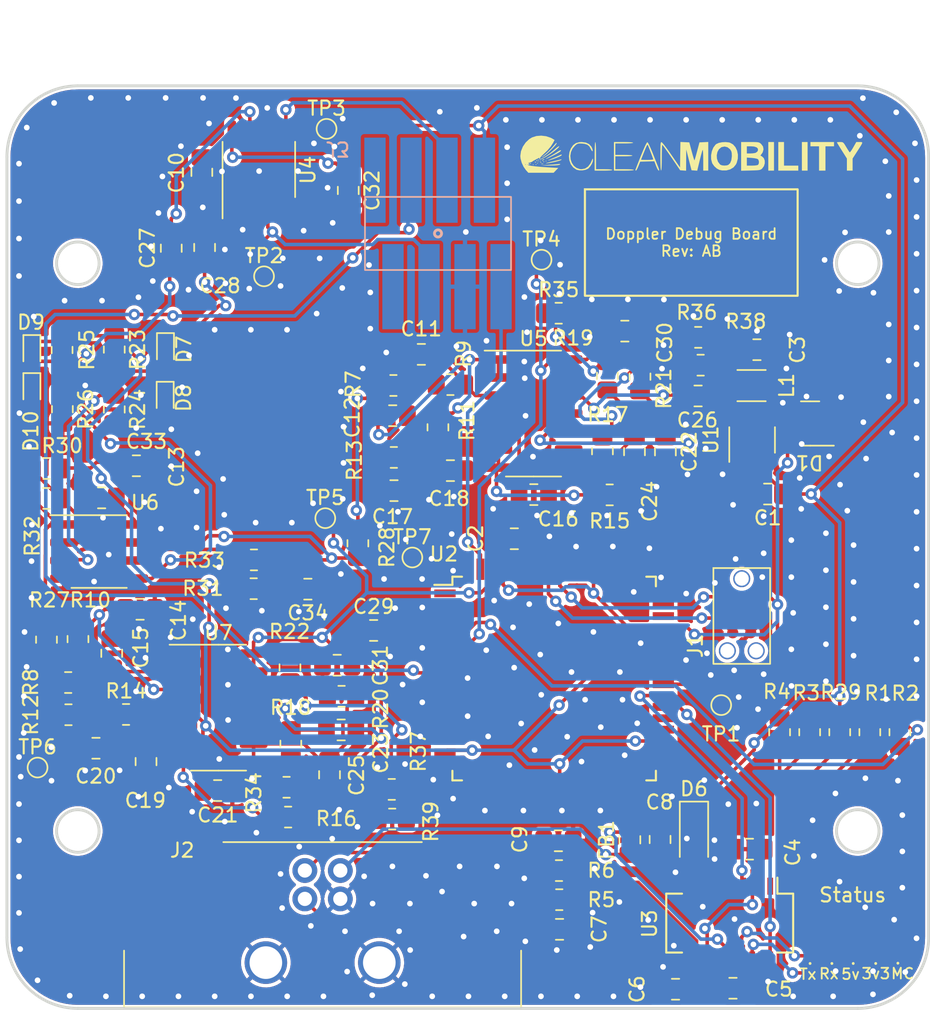
<source format=kicad_pcb>
(kicad_pcb (version 20211014) (generator pcbnew)
  (layers (0 "F.Cu" signal) (31 "B.Cu" signal) (34 "B.Paste" user) (35 "F.Paste" user) (36 "B.SilkS" user "B.Silkscreen") (37 "F.SilkS" user "F.Silkscreen") (38 "B.Mask" user) (39 "F.Mask" user) (44 "Edge.Cuts" user))
  (net 0 "")
  (net 1 "+5V")
  (net 2 "GND")
  (net 3 "+3V3")
  (net 4 "+3.3VA")
  (net 5 "Net-(C7-Pad1)")
  (net 6 "Net-(C9-Pad1)")
  (net 7 "Net-(C11-Pad1)")
  (net 8 "Net-(C12-Pad1)")
  (net 9 "Net-(C12-Pad2)")
  (net 10 "Net-(C14-Pad1)")
  (net 11 "Net-(C15-Pad1)")
  (net 12 "Net-(C15-Pad2)")
  (net 13 "Net-(C17-Pad1)")
  (net 14 "Net-(C18-Pad1)")
  (net 15 "Net-(C18-Pad2)")
  (net 16 "Net-(C19-Pad1)")
  (net 17 "Net-(C20-Pad1)")
  (net 18 "Net-(C20-Pad2)")
  (net 19 "Net-(C22-Pad1)")
  (net 20 "Net-(C23-Pad1)")
  (net 21 "Net-(C24-Pad1)")
  (net 22 "Net-(C24-Pad2)")
  (net 23 "Net-(C25-Pad1)")
  (net 24 "Net-(C25-Pad2)")
  (net 25 "Net-(C26-Pad1)")
  (net 26 "Net-(C27-Pad1)")
  (net 27 "Net-(C27-Pad2)")
  (net 28 "Net-(C29-Pad1)")
  (net 29 "Net-(C30-Pad1)")
  (net 30 "ADC_Q")
  (net 31 "Net-(C31-Pad1)")
  (net 32 "ADC_I")
  (net 33 "Net-(D2-Pad2)")
  (net 34 "Net-(D3-Pad2)")
  (net 35 "RXL")
  (net 36 "Net-(D4-Pad2)")
  (net 37 "TXL")
  (net 38 "Net-(D5-Pad2)")
  (net 39 "Net-(D11-Pad2)")
  (net 40 "Net-(FB1-Pad2)")
  (net 41 "PDI_DATA")
  (net 44 "PDI_CLK")
  (net 45 "RAD_EN")
  (net 46 "DAC_VCO")
  (net 49 "Net-(L1-Pad1)")
  (net 50 "Net-(R2-Pad1)")
  (net 51 "D+")
  (net 52 "D-")
  (net 53 "3v3_Q")
  (net 54 "3v3_I")
  (net 55 "Net-(R27-Pad1)")
  (net 56 "Net-(R28-Pad2)")
  (net 57 "Net-(TP1-Pad1)")
  (net 58 "IF_I")
  (net 59 "IF_Q")
  (net 88 "UART_RX")
  (net 89 "UART_TX")
  (net 112 "Net-(C28-Pad1)")
  (net 113 "Net-(C28-Pad2)")
  (net 114 "Net-(C33-Pad2)")
  (net 115 "Net-(C34-Pad2)")
  (net 116 "Net-(R17-Pad2)")
  (net 117 "Net-(R18-Pad1)")
  (net 118 "Net-(R22-Pad2)")
  (net 119 "Net-(R30-Pad1)")
  (net 120 "Net-(R31-Pad1)")
  (net 121 "Net-(R35-Pad2)")
  (net 122 "Net-(R36-Pad2)")
  (net 123 "Net-(R37-Pad2)")
  (footprint "Resistor_SMD:R_0805_2012Metric_Pad1.20x1.40mm_HandSolder" (layer "F.Cu") (at 142.955 80.83)
    (fp_text reference "R9")
    (fp_text value "430k")
  )
  (footprint "Resistor_SMD:R_0805_2012Metric_Pad1.20x1.40mm_HandSolder" (layer "F.Cu") (at 174.65 105.32 -90)
    (fp_text reference "R2")
    (fp_text value "3k3")
  )
  (footprint "LED_SMD:LED_0402_1005Metric_Pad0.77x0.64mm_HandSolder" (layer "F.Cu") (at 172.94625 120.35 90)
    (fp_text reference "D2" hide)
    (fp_text value "Green")
  )
  (footprint "Capacitor_SMD:C_0805_2012Metric_Pad1.18x1.45mm_HandSolder" (layer "F.Cu") (at 150.57 112.97)
    (fp_text reference "C9")
    (fp_text value "47pF")
  )
  (footprint "Capacitor_SMD:C_0805_2012Metric_Pad1.18x1.45mm_HandSolder" (layer "F.Cu") (at 134.97 100.6)
    (fp_text reference "C31")
    (fp_text value "1nF")
  )
  (footprint "Resistor_SMD:R_0805_2012Metric_Pad1.20x1.40mm_HandSolder" (layer "F.Cu") (at 129.08 95.21)
    (fp_text reference "R31")
    (fp_text value "DNM")
  )
  (footprint "Resistor_SMD:R_0805_2012Metric_Pad1.20x1.40mm_HandSolder" (layer "F.Cu") (at 114.46 88.85 180)
    (fp_text reference "R32")
    (fp_text value "0R")
  )
  (footprint "TestPoint:TestPoint_Pad_D1.0mm" (layer "F.Cu") (at 113.84 107.81)
    (fp_text reference "TP6")
    (fp_text value "3v3_I")
  )
  (footprint "Resistor_SMD:R_0805_2012Metric_Pad1.20x1.40mm_HandSolder" (layer "F.Cu") (at 172.53 105.32 -90)
    (fp_text reference "R1")
    (fp_text value "3k3")
  )
  (footprint "Resistor_SMD:R_0805_2012Metric_Pad1.20x1.40mm_HandSolder" (layer "F.Cu") (at 135.28 102.79 180)
    (fp_text reference "R20")
    (fp_text value "43k")
  )
  (footprint "Resistor_SMD:R_0805_2012Metric_Pad1.20x1.40mm_HandSolder" (layer "F.Cu") (at 166.17 105.32 -90)
    (fp_text reference "R4")
    (fp_text value "3k3")
  )
  (footprint "Resistor_SMD:R_0805_2012Metric_Pad1.20x1.40mm_HandSolder" (layer "F.Cu") (at 115.57 78.39 -90)
    (fp_text reference "R25")
    (fp_text value "10k")
  )
  (footprint "Capacitor_SMD:C_0805_2012Metric_Pad1.18x1.45mm_HandSolder" (layer "F.Cu") (at 164.04 113.56 180)
    (fp_text reference "C4")
    (fp_text value "0.1uF")
  )
  (footprint "LED_SMD:LED_0402_1005Metric_Pad0.77x0.64mm_HandSolder" (layer "F.Cu") (at 168.31625 120.35 90)
    (fp_text reference "D5" hide)
    (fp_text value "Green")
  )
  (footprint "TestPoint:TestPoint_Pad_D1.0mm" (layer "F.Cu") (at 134.13 90.24)
    (fp_text reference "TP5")
    (fp_text value "ADC_I")
  )
  (footprint "Resistor_SMD:R_0805_2012Metric_Pad1.20x1.40mm_HandSolder" (layer "F.Cu") (at 154.025 80.21 90)
    (fp_text reference "R19")
    (fp_text value "43k")
  )
  (footprint "Capacitor_SMD:C_0805_2012Metric_Pad1.18x1.45mm_HandSolder" (layer "F.Cu") (at 138.975 88.3)
    (fp_text reference "C17")
    (fp_text value "100pF")
  )
  (footprint "Resistor_SMD:R_0805_2012Metric_Pad1.20x1.40mm_HandSolder" (layer "F.Cu") (at 138.935 80.89)
    (fp_text reference "R7")
    (fp_text value "430k")
  )
  (footprint "Capacitor_SMD:C_0805_2012Metric_Pad1.18x1.45mm_HandSolder" (layer "F.Cu") (at 138.885 83.02 180)
    (fp_text reference "C12")
    (fp_text value "1nF")
  )
  (footprint "Capacitor_SMD:C_0805_2012Metric_Pad1.18x1.45mm_HandSolder" (layer "F.Cu") (at 142.955 86.89)
    (fp_text reference "C18")
    (fp_text value "1nF")
  )
  (footprint "Resistor_SMD:R_0805_2012Metric_Pad1.20x1.40mm_HandSolder" (layer "F.Cu") (at 168.29 105.32 -90)
    (fp_text reference "R3")
    (fp_text value "3k3")
  )
  (footprint "Resistor_SMD:R_0805_2012Metric_Pad1.20x1.40mm_HandSolder" (layer "F.Cu") (at 150.59 75.8)
    (fp_text reference "R35")
    (fp_text value "1M")
  )
  (footprint "TestPoint:TestPoint_Pad_D1.0mm" (layer "F.Cu") (at 149.38 72.03)
    (fp_text reference "TP4")
    (fp_text value "ADC_Q")
  )
  (footprint "Resistor_SMD:R_0805_2012Metric_Pad1.20x1.40mm_HandSolder" (layer "F.Cu") (at 156.325 80.27 -90)
    (fp_text reference "R21")
    (fp_text value "300k")
  )
  (footprint "Resistor_SMD:R_0805_2012Metric_Pad1.20x1.40mm_HandSolder" (layer "F.Cu") (at 131.64 100.76 -90)
    (fp_text reference "R22")
    (fp_text value "1M")
  )
  (footprint "Resistor_SMD:R_0805_2012Metric_Pad1.20x1.40mm_HandSolder" (layer "F.Cu") (at 153.675 85.52 90)
    (fp_text reference "R17")
    (fp_text value "1M")
  )
  (footprint "Capacitor_SMD:C_0805_2012Metric_Pad1.18x1.45mm_HandSolder" (layer "F.Cu") (at 157.74 112.88 -90)
    (fp_text reference "C8")
    (fp_text value "10uF")
  )
  (footprint "Resistor_SMD:R_0805_2012Metric_Pad1.20x1.40mm_HandSolder" (layer "F.Cu") (at 131.4 109.2 180)
    (fp_text reference "R34")
    (fp_text value "1M")
  )
  (footprint "Capacitor_SMD:C_0805_2012Metric_Pad1.18x1.45mm_HandSolder" (layer "F.Cu") (at 165.33 88.54 180)
    (fp_text reference "C1")
    (fp_text value "10uF")
  )
  (footprint "Capacitor_SMD:C_0805_2012Metric_Pad1.18x1.45mm_HandSolder" (layer "F.Cu") (at 119.07 99.76 -90)
    (fp_text reference "C15")
    (fp_text value "1nF")
  )
  (footprint "Capacitor_SMD:C_0805_2012Metric_Pad1.18x1.45mm_HandSolder" (layer "F.Cu") (at 118.36 88.81 180)
    (fp_text reference "C13")
    (fp_text value "0.1uF")
  )
  (footprint "Capacitor_SMD:C_0805_2012Metric_Pad1.18x1.45mm_HandSolder" (layer "F.Cu") (at 164.57 78.37 180)
    (fp_text reference "C3")
    (fp_text value "10uF")
  )
  (footprint "Package_SO:SOIC-14_3.9x8.7mm_P1.27mm" (layer "F.Cu") (at 148.815 82.87)
    (fp_text reference "U5")
    (fp_text value "MCP6004")
  )
  (footprint "Resistor_SMD:R_0805_2012Metric_Pad1.20x1.40mm_HandSolder" (layer "F.Cu") (at 160.6 79.46 180)
    (fp_text reference "R38")
    (fp_text value "300k")
  )
  (footprint "Resistor_SMD:R_0805_2012Metric_Pad1.20x1.40mm_HandSolder" (layer "F.Cu") (at 120.08 104.07)
    (fp_text reference "R14")
    (fp_text value "820k")
  )
  (footprint "Capacitor_SMD:C_0805_2012Metric_Pad1.18x1.45mm_HandSolder" (layer "F.Cu") (at 117.96 106.45)
    (fp_text reference "C20")
    (fp_text value "1nF")
  )
  (footprint "Capacitor_SMD:C_0805_2012Metric_Pad1.18x1.45mm_HandSolder" (layer "F.Cu") (at 120.81 86.55 180)
    (fp_text reference "C33")
    (fp_text value "DNM")
  )
  (footprint "Resistor_SMD:R_0805_2012Metric_Pad1.20x1.40mm_HandSolder" (layer "F.Cu") (at 116 101.82)
    (fp_text reference "R8")
    (fp_text value "430k")
  )
  (footprint "LED_SMD:LED_0402_1005Metric_Pad0.77x0.64mm_HandSolder" (layer "F.Cu") (at 171.36 120.35 90)
    (fp_text reference "D11" hide)
    (fp_text value "Green")
  )
  (footprint "Capacitor_SMD:C_0805_2012Metric_Pad1.18x1.45mm_HandSolder" (layer "F.Cu") (at 123.27 71.22 90)
    (fp_text reference "C27")
    (fp_text value "10uF")
  )
  (footprint "Capacitor_SMD:C_0805_2012Metric_Pad1.18x1.45mm_HandSolder" (layer "F.Cu") (at 132.9025 95.24 180)
    (fp_text reference "C34")
    (fp_text value "DNM")
  )
  (footprint "MyFootprints:USB_B" (layer "F.Cu") (at 133.94 118.31)
    (fp_text reference "J2")
    (fp_text value "USB_B")
  )
  (footprint "MyFootprints:L_standard" (layer "F.Cu") (at 164.19 80.9 180)
    (fp_text reference "L1")
    (fp_text value "2.2uH")
  )
  (footprint "Resistor_SMD:R_0805_2012Metric_Pad1.20x1.40mm_HandSolder" (layer "F.Cu") (at 116.02 104.09)
    (fp_text reference "R12")
    (fp_text value "82k")
  )
  (footprint "Capacitor_SMD:C_0805_2012Metric_Pad1.18x1.45mm_HandSolder" (layer "F.Cu") (at 121.07 96.66)
    (fp_text reference "C14")
    (fp_text value "33pF")
  )
  (footprint "Capacitor_SMD:C_0805_2012Metric_Pad1.18x1.45mm_HandSolder" (layer "F.Cu") (at 150.65 119.21)
    (fp_text reference "C7")
    (fp_text value "47pF")
  )
  (footprint "Resistor_SMD:R_0805_2012Metric_Pad1.20x1.40mm_HandSolder" (layer "F.Cu") (at 136.43 92.01 -90)
    (fp_text reference "R28")
    (fp_text value "0R")
  )
  (footprint "MyFootprints:Default_zener" (layer "F.Cu") (at 168.94 83.44 90)
    (fp_text reference "D1")
    (fp_text value "3v6")
  )
  (footprint "Capacitor_SMD:C_0805_2012Metric_Pad1.18x1.45mm_HandSolder" (layer "F.Cu") (at 155.935 85.55 90)
    (fp_text reference "C24")
    (fp_text value "1nF")
  )
  (footprint "Resistor_SMD:R_0805_2012Metric_Pad1.20x1.40mm_HandSolder" (layer "F.Cu") (at 114.47 86.74)
    (fp_text reference "R30")
    (fp_text value "DNM")
  )
  (footprint "Capacitor_SMD:C_0805_2012Metric_Pad1.18x1.45mm_HandSolder" (layer "F.Cu") (at 155.61 112.9 -90)
    (fp_text reference "FB1")
    (fp_text value "600R")
  )
  (footprint "Resistor_SMD:R_0805_2012Metric_Pad1.20x1.40mm_HandSolder" (layer "F.Cu") (at 115.59 82.56 -90)
    (fp_text reference "R26")
    (fp_text value "10k")
  )
  (footprint "Capacitor_SMD:C_0805_2012Metric_Pad1.18x1.45mm_HandSolder" (layer "F.Cu") (at 126.54 109.43)
    (fp_text reference "C21")
    (fp_text value "0.1uF")
  )
  (footprint "TestPoint:TestPoint_Pad_D1.0mm" (layer "F.Cu") (at 162.05 103.41)
    (fp_text reference "TP1")
    (fp_text value "Timing")
  )
  (footprint "Diode_SMD:D_SOD-523" (layer "F.Cu") (at 113.44 78.49 -90)
    (fp_text reference "D9")
    (fp_text value "RB751S40T1G")
  )
  (footprint "Capacitor_SMD:C_0805_2012Metric_Pad1.18x1.45mm_HandSolder" (layer "F.Cu") (at 158.115 85.56 -90)
    (fp_text reference "C22")
    (fp_text value "100pF")
  )
  (footprint "LOGO" (layer "F.Cu") (at 159.978216 63.99)
    (fp_text reference "G***" hide)
    (fp_text value "LOGO" hide)
  )
  (footprint "Diode_SMD:D_SOD-523" (layer "F.Cu") (at 122.86 78.35 -90)
    (fp_text reference "D7")
    (fp_text value "RB751S40T1G")
  )
  (footprint "Capacitor_SMD:C_0805_2012Metric_Pad1.18x1.45mm_HandSolder" (layer "F.Cu") (at 155.255 77.06 180)
    (fp_text reference "C30")
    (fp_text value "1nF")
  )
  (footprint "Capacitor_SMD:C_0805_2012Metric_Pad1.18x1.45mm_HandSolder" (layer "F.Cu") (at 135.25 105.16)
    (fp_text reference "C23")
    (fp_text value "100pF")
  )
  (footprint "Resistor_SMD:R_0805_2012Metric_Pad1.20x1.40mm_HandSolder" (layer "F.Cu") (at 119.25 82.58 -90)
    (fp_text reference "R24")
    (fp_text value "10k")
  )
  (footprint "Capacitor_SMD:C_0805_2012Metric_Pad1.18x1.45mm_HandSolder" (layer "F.Cu") (at 147.46 91.69)
    (fp_text reference "C2")
    (fp_text value "1uF")
  )
  (footprint "Resistor_SMD:R_0805_2012Metric_Pad1.20x1.40mm_HandSolder" (layer "F.Cu") (at 138.965 85.96 180)
    (fp_text reference "R13")
    (fp_text value "820k")
  )
  (footprint "Capacitor_SMD:C_0805_2012Metric_Pad1.18x1.45mm_HandSolder" (layer "F.Cu") (at 140.905 78.7 180)
    (fp_text reference "C11")
    (fp_text value "33pF")
  )
  (footprint "Resistor_SMD:R_0805_2012Metric_Pad1.20x1.40mm_HandSolder" (layer "F.Cu") (at 131.51 111.3)
    (fp_text reference "R16")
    (fp_text value "51k")
  )
  (footprint "Package_SO:SOIC-8_3.9x4.9mm_P1.27mm" (layer "F.Cu") (at 118.18 92.59)
    (fp_text reference "U6")
    (fp_text value "MCP6002-xMS")
  )
  (footprint "Package_TO_SOT_SMD:SOT-23-5_HandSoldering" (layer "F.Cu") (at 164.23 84.73 90)
    (fp_text reference "U1")
    (fp_text value "LM3671MF-3.3/NOPB")
  )
  (footprint "Diode_SMD:D_SOD-523" (layer "F.Cu") (at 113.44 81.17 -90)
    (fp_text reference "D10")
    (fp_text value "RB751S40T1G")
  )
  (footprint "LED_SMD:LED_0402_1005Metric_Pad0.77x0.64mm_HandSolder" (layer "F.Cu") (at 174.51 120.33 90)
    (fp_text reference "D3" hide)
    (fp_text value "Green")
  )
  (footprint "Resistor_SMD:R_0805_2012Metric_Pad1.20x1.40mm_HandSolder" (layer "F.Cu") (at 131.7 106.14 90)
    (fp_text reference "R18")
    (fp_text value "300k")
  )
  (footprint "Capacitor_SMD:C_0805_2012Metric_Pad1.18x1.45mm_HandSolder" (layer "F.Cu") (at 160.42 81.63)
    (fp_text reference "C26")
    (fp_text value "100pF")
  )
  (footprint "Resistor_SMD:R_0805_2012Metric_Pad1.20x1.40mm_HandSolder" (layer "F.Cu") (at 119.25 78.36 -90)
    (fp_text reference "R23")
    (fp_text value "10k")
  )
  (footprint "TestPoint:TestPoint_Pad_D1.0mm" (layer "F.Cu") (at 140.27 93.01)
    (fp_text reference "TP7")
    (fp_text value "3v3_Q")
  )
  (footprint "Resistor_SMD:R_0805_2012Metric_Pad1.20x1.40mm_HandSolder" (layer "F.Cu") (at 138.85 111.44 180)
    (fp_text reference "R39")
    (fp_text value "300k")
  )
  (footprint "MyFootprints:TagConnect_Avr" (layer "F.Cu") (at 163.5 97.13 90)
    (fp_text reference "J1")
    (fp_text value "AVR-PDI-6")
  )
  (footprint "TestPoint:TestPoint_Pad_D1.0mm" (layer "F.Cu") (at 134.22 62.81)
    (fp_text reference "TP3")
    (fp_text value "IF_Q")
  )
  (footprint "Capacitor_SMD:C_0805_2012Metric_Pad1.18x1.45mm_HandSolder" (layer "F.Cu") (at 125.62 71.17 90)
    (fp_text reference "C28")
    (fp_text value "10uF")
  )
  (footprint "Package_SO:SOIC-14_3.9x8.7mm_P1.27mm" (layer "F.Cu") (at 126.6 103.59)
    (fp_text reference "U7")
    (fp_text value "MCP6004")
  )
  (footprint "Resistor_SMD:R_0805_2012Metric_Pad1.20x1.40mm_HandSolder" (layer "F.Cu") (at 154.185 88.6)
    (fp_text reference "R15")
    (fp_text value "51k")
  )
  (footprint "Capacitor_SMD:C_0805_2012Metric_Pad1.18x1.45mm_HandSolder" (layer "F.Cu") (at 121.49 107.39 -90)
    (fp_text reference "C19")
    (fp_text value "100pF")
  )
  (footprint "Capacitor_SMD:C_0805_2012Metric_Pad1.18x1.45mm_HandSolder" (layer "F.Cu") (at 148.835 88.58)
    (fp_text reference "C16")
    (fp_text value "0.1uF")
  )
  (footprint "Capacitor_SMD:C_0805_2012Metric_Pad1.18x1.45mm_HandSolder" (layer "F.Cu") (at 137.54 98.15)
    (fp_text reference "C29")
    (fp_text value "100pF")
  )
  (footprint "Capacitor_SMD:C_0805_2012Metric_Pad1.18x1.45mm_HandSolder" (layer "F.Cu") (at 134.43 108.32 90)
    (fp_text reference "C25")
    (fp_text value "1nF")
  )
  (footprint "Capacitor_SMD:C_0805_2012Metric_Pad1.18x1.45mm_HandSolder" (layer "F.Cu") (at 125.425 65.8725 -90)
    (fp_text reference "C10")
    (fp_text value "0.1uF")
  )
  (footprint "Resistor_SMD:R_0805_2012Metric_Pad1.20x1.40mm_HandSolder" (layer "F.Cu") (at 170.41 105.32 -90)
    (fp_text reference "R29")
    (fp_text value "5k")
  )
  (footprint "Resistor_SMD:R_0805_2012Metric_Pad1.20x1.40mm_HandSolder" (layer "F.Cu") (at 114.47 98.8 -90)
    (fp_text reference "R27")
    (fp_text value "0R")
  )
  (footprint "Package_QFP:TQFP-64_14x14mm_P0.8mm" (layer "F.Cu") (at 150.27 101.54)
    (fp_text reference "U2")
    (fp_text value "ATxmega256A3U-A")
  )
  (footprint "TestPoint:TestPoint_Pad_D1.0mm" (layer "F.Cu") (at 129.81 73.2)
    (fp_text reference "TP2")
    (fp_text value "IF_I")
  )
  (footprint "Package_SO:SSOP-20_3.9x8.7mm_P0.635mm" (layer "F.Cu") (at 162.65 118.77 -90)
    (fp_text reference "U3")
    (fp_text value "FT231XS")
  )
  (footprint "Resistor_SMD:R_0805_2012Metric_Pad1.20x1.40mm_HandSolder" (layer "F.Cu") (at 138.82 109.35)
    (fp_text reference "R37")
    (fp_text value "300k")
  )
  (footprint "Capacitor_SMD:C_0805_2012Metric_Pad1.18x1.45mm_HandSolder" (layer "F.Cu") (at 158.83 123.43 180)
    (fp_text reference "C6")
    (fp_text value "0.1uF")
  )
  (footprint "Package_SO:SOIC-8_3.9x4.9mm_P1.27mm" (layer "F.Cu") (at 129.445 65.6725 90)
    (fp_text reference "U4")
    (fp_text value "MCP6002-xMS")
  )
  (footprint "Resistor_SMD:R_0805_2012Metric_Pad1.20x1.40mm_HandSolder" (layer "F.Cu") (at 150.61 115.07)
    (fp_text reference "R6")
    (fp_text value "27R")
  )
  (footprint "LED_SMD:LED_0402_1005Metric_Pad0.77x0.64mm_HandSolder" (layer "F.Cu") (at 169.85625 120.35 90)
    (fp_text reference "D4" hide)
    (fp_text value "Green")
  )
  (footprint "Resistor_SMD:R_0805_2012Metric_Pad1.20x1.40mm_HandSolder" (layer "F.Cu") (at 150.63 117.12)
    (fp_text reference "R5")
    (fp_text value "27R")
  )
  (footprint "Resistor_SMD:R_0805_2012Metric_Pad1.20x1.40mm_HandSolder" (layer "F.Cu") (at 116.69 98.76 90)
    (fp_text reference "R10")
    (fp_text value "430k")
  )
  (footprint "Capacitor_SMD:C_0805_2012Metric_Pad1.18x1.45mm_HandSolder" (layer "F.Cu") (at 135.75 67.15 -90)
    (fp_text reference "C32")
    (fp_text value "10uF")
  )
  (footprint "Capacitor_SMD:C_0805_2012Metric_Pad1.18x1.45mm_HandSolder" (layer "F.Cu") (at 162.88 123.36)
    (fp_text reference "C5")
    (fp_text value "0.1uF")
  )
  (footprint "Resistor_SMD:R_0805_2012Metric_Pad1.20x1.40mm_HandSolder" (layer "F.Cu") (at 129.1 93.18)
    (fp_text reference "R33")
    (fp_text value "0R")
  )
  (footprint "Resistor_SMD:R_0805_2012Metric_Pad1.20x1.40mm_HandSolder" (layer "F.Cu") (at 160.43 77.5)
    (fp_text reference "R36")
    (fp_text value "300k")
  )
  (footprint "Diode_SMD:D_SOD-123" (layer "F.Cu") (at 160.13 112.46 -90)
    (fp_text reference "D6")
    (fp_text value "5v")
  )
  (footprint "Resistor_SMD:R_0805_2012Metric_Pad1.20x1.40mm_HandSolder" (layer "F.Cu") (at 142.075 83.84 -90)
    (fp_text reference "R11")
    (fp_text value "82k")
  )
  (footprint "Diode_SMD:D_SOD-523" (layer "F.Cu") (at 122.84 81.78 -90)
    (fp_text reference "D8")
    (fp_text value "RB751S40T1G")
  )
  (footprint "MyFootprints:338728-8_RADAR" (layer "B.Cu") (at 142.08 70.18)
    (fp_text reference "J3")
    (fp_text value "338728-8")
  )
  (gr_circle (center 142.08 70.18) (end 141.83 70.18) (layer "B.SilkS") (width 0.2) (fill none))
  (gr_rect (start 152.44 67.07) (end 167.44 74.57) (layer "F.SilkS") (width 0.15) (fill none))
  (gr_line (start 171.68 59.78) (end 116.68 59.78) (layer "Edge.Cuts") (width 0.2))
  (gr_circle (center 116.68 112.28) (end 118.18 112.28) (layer "Edge.Cuts") (width 0.2) (fill none))
  (gr_circle (center 116.68 72.28) (end 118.18 72.28) (layer "Edge.Cuts") (width 0.2) (fill none))
  (gr_arc (start 176.68 119.78) (mid 175.215534 123.315534) (end 171.68 124.78) (layer "Edge.Cuts") (width 0.2))
  (gr_line (start 116.68 124.78) (end 171.68 124.78) (layer "Edge.Cuts") (width 0.2))
  (gr_arc (start 111.68 64.78) (mid 113.144466 61.244466) (end 116.68 59.78) (layer "Edge.Cuts") (width 0.2))
  (gr_circle (center 171.68 72.28) (end 173.18 72.28) (layer "Edge.Cuts") (width 0.2) (fill none))
  (gr_line (start 176.68 119.78) (end 176.68 64.78) (layer "Edge.Cuts") (width 0.2))
  (gr_circle (center 171.68 112.28) (end 173.18 112.28) (layer "Edge.Cuts") (width 0.2) (fill none))
  (gr_line (start 111.68 64.78) (end 111.68 119.78) (layer "Edge.Cuts") (width 0.2))
  (gr_arc (start 116.68 124.78) (mid 113.144466 123.315534) (end 111.68 119.78) (layer "Edge.Cuts") (width 0.2))
  (gr_arc (start 171.68 59.78) (mid 175.215534 61.244466) (end 176.68 64.78) (layer "Edge.Cuts") (width 0.2))
  (gr_text "Rx" (at 169.64 122.34) (layer "F.SilkS") (effects (font (size 0.75 0.75) (thickness 0.125))))
  (gr_text "Status" (at 171.32 116.79) (layer "F.SilkS") (effects (font (size 1 1))))
  (gr_text "MC" (at 174.84 122.33) (layer "F.SilkS") (effects (font (size 0.75 0.75) (thickness 0.125))))
  (gr_text "Doppler Debug Board\nRev: AB" (at 159.94 70.82) (layer "F.SilkS") (effects (font (size 0.75 0.75) (thickness 0.125))))
  (gr_text "3v3" (at 172.96 122.33) (layer "F.SilkS") (effects (font (size 0.75 0.75) (thickness 0.125))))
  (gr_text "Tx" (at 168.16 122.37) (layer "F.SilkS") (effects (font (size 0.75 0.75) (thickness 0.125))))
  (gr_text "5v" (at 171.17 122.37) (layer "F.SilkS") (effects (font (size 0.75 0.75) (thickness 0.125))))
  (segment (start 165.18 87.1325) (end 165.18 86.08) (width 0.25) (layer "F.Cu") (net 1))
  (segment (start 166.3775 88.33) (end 165.18 87.1325) (width 0.25) (layer "F.Cu") (net 1))
  (segment (start 162.3325 122.87) (end 161.8425 123.36) (width 0.25) (layer "F.Cu") (net 1))
  (segment (start 164.705 84.975) (end 165.18 85.45) (width 0.25) (layer "F.Cu") (net 1))
  (segment (start 168.39 88.54) (end 166.5875 88.54) (width 0.25) (layer "F.Cu") (net 1))
  (segment (start 163.28 86.08) (end 163.28 85.05) (width 0.25) (layer "F.Cu") (net 1))
  (segment (start 144.95 62.58) (end 136.25 62.58) (width 0.25) (layer "F.Cu") (net 1))
  (segment (start 170.41 102.79) (end 170.41 104.32) (width 0.25) (layer "F.Cu") (net 1))
  (segment (start 162.3325 121.37) (end 162.3325 122.87) (width 0.25) (layer "F.Cu") (net 1))
  (segment (start 158.7725 110.81) (end 157.74 111.8425) (width 0.25) (layer "F.Cu") (net 1))
  (segment (start 162.3325 120.4455) (end 162.3325 121.37) (width 0.25) (layer "F.Cu") (net 1))
  (segment (start 164.375 106.565) (end 160.13 110.81) (width 0.25) (layer "F.Cu") (net 1))
  (segment (start 161.787 119.9) (end 162.3325 120.4455) (width 0.25) (layer "F.Cu") (net 1))
  (segment (start 164.375 106.075) (end 164.375 106.565) (width 0.25) (layer "F.Cu") (net 1))
  (segment (start 163.28 85.05) (end 163.355 84.975) (width 0.25) (layer "F.Cu") (net 1))
  (segment (start 125.9025 64.835) (end 125.425 64.835) (width 0.25) (layer "F.Cu") (net 1))
  (segment (start 135.75 63.08) (end 135.75 66.1125) (width 0.25) (layer "F.Cu") (net 1))
  (segment (start 127.54 63.1975) (end 125.9025 64.835) (width 0.25) (layer "F.Cu") (net 1))
  (segment (start 166.5875 88.54) (end 166.3775 88.33) (width 0.25) (layer "F.Cu") (net 1))
  (segment (start 154.19 112.36) (end 155.1125 112.36) (width 0.25) (layer "F.Cu") (net 1))
  (segment (start 136.25 62.58) (end 135.75 63.08) (width 0.25) (layer "F.Cu") (net 1))
  (segment (start 134.32 65.23) (end 134.8675 65.23) (width 0.25) (layer "F.Cu") (net 1))
  (segment (start 160.13 110.81) (end 158.7725 110.81) (width 0.25) (layer "F.Cu") (net 1))
  (segment (start 163.355 84.975) (end 164.705 84.975) (width 0.25) (layer "F.Cu") (net 1))
  (segment (start 155.63 111.8425) (end 155.61 111.8625) (width 0.25) (layer "F.Cu") (net 1))
  (segment (start 134.8675 65.23) (end 135.75 66.1125) (width 0.25) (layer "F.Cu") (net 1))
  (segment (start 127.54 64.75) (end 127.6 64.81) (width 0.25) (layer "F.Cu") (net 1))
  (segment (start 155.1125 112.36) (end 155.61 111.8625) (width 0.25) (layer "F.Cu") (net 1))
  (segment (start 157.74 111.8425) (end 155.63 111.8425) (width 0.25) (layer "F.Cu") (net 1))
  (segment (start 165.18 85.45) (end 165.18 86.08) (width 0.25) (layer "F.Cu") (net 1))
  (segment (start 127.54 63.1975) (end 127.54 64.75) (width 0.25) (layer "F.Cu") (net 1))
  (via (at 164.375 106.075) (size 0.8) (drill 0.4) (layers "F.Cu" "B.Cu") (net 1))
  (via (at 161.787 119.9) (size 0.8) (drill 0.4) (layers "F.Cu" "B.Cu") (net 1))
  (via (at 134.32 65.23) (size 0.8) (drill 0.4) (layers "F.Cu" "B.Cu") (net 1))
  (via (at 127.6 64.81) (size 0.8) (drill 0.4) (layers "F.Cu" "B.Cu") (net 1))
  (via (at 154.19 112.36) (size 0.8) (drill 0.4) (layers "F.Cu" "B.Cu") (net 1))
  (via (at 168.39 88.54) (size 0.8) (drill 0.4) (layers "F.Cu" "B.Cu") (net 1))
  (via (at 144.95 62.58) (size 0.8) (drill 0.4) (layers "F.Cu" "B.Cu") (net 1))
  (via (at 170.41 102.79) (size 0.8) (drill 0.4) (layers "F.Cu" "B.Cu") (net 1))
  (segment (start 170.41 102.79) (end 170.41 90.56) (width 0.25) (layer "B.Cu") (net 1))
  (segment (start 145.355 62.985) (end 144.95 62.58) (width 0.25) (layer "B.Cu") (net 1))
  (segment (start 127.6 64.81) (end 133.9 64.81) (width 0.25) (layer "B.Cu") (net 1))
  (segment (start 133.9 64.81) (end 134.32 65.23) (width 0.25) (layer "B.Cu") (net 1))
  (segment (start 167.66 102.79) (end 170.41 102.79) (width 0.25) (layer "B.Cu") (net 1))
  (segment (start 144.95 62.58) (end 146.33 61.2) (width 0.25) (layer "B.Cu") (net 1))
  (segment (start 164.375 106.075) (end 167.66 102.79) (width 0.25) (layer "B.Cu") (net 1))
  (segment (start 174.84 64.93) (end 174.84 82.09) (width 0.25) (layer "B.Cu") (net 1))
  (segment (start 145.355 66.43) (end 145.355 62.985) (width 0.25) (layer "B.Cu") (net 1))
  (segment (start 146.33 61.2) (end 171.11 61.2) (width 0.25) (layer "B.Cu") (net 1))
  (segment (start 154.635 112.805) (end 154.19 112.36) (width 0.25) (layer "B.Cu") (net 1))
  (segment (start 160.614695 119.9) (end 154.635 113.920305) (width 0.25) (layer "B.Cu") (net 1))
  (segment (start 170.41 90.56) (end 168.39 88.54) (width 0.25) (layer "B.Cu") (net 1))
  (segment (start 174.84 82.09) (end 168.39 88.54) (width 0.25) (layer "B.Cu") (net 1))
  (segment (start 161.787 119.9) (end 160.614695 119.9) (width 0.25) (layer "B.Cu") (net 1))
  (segment (start 171.11 61.2) (end 174.84 64.93) (width 0.25) (layer "B.Cu") (net 1))
  (segment (start 154.635 113.920305) (end 154.635 112.805) (width 0.25) (layer "B.Cu") (net 1))
  (segment (start 147.47 93.84) (end 147.47 92.7175) (width 0.25) (layer "F.Cu") (net 2))
  (segment (start 147.47 92.7175) (end 148.4975 91.69) (width 0.25) (layer "F.Cu") (net 2))
  (via (at 164.662403 62.1755) (size 0.8) (drill 0.4) (layers "F.Cu" "B.Cu") (net 2))
  (via (at 131.087334 117.710225) (size 0.8) (drill 0.4) (layers "F.Cu" "B.Cu") (net 2))
  (via (at 167.692327 89.584166) (size 0.8) (drill 0.4) (layers "F.Cu" "B.Cu") (net 2))
  (via (at 158.577214 109.843222) (size 0.8) (drill 0.4) (layers "F.Cu" "B.Cu") (net 2))
  (via (at 172.752562 123.787837) (size 0.8) (drill 0.4) (layers "F.Cu" "B.Cu") (net 2))
  (via (at 140.9695 103.213605) (size 0.8) (drill 0.4) (layers "F.Cu" "B.Cu") (net 2))
  (via (at 134.04031 97.130125) (size 0.8) (drill 0.4) (layers "F.Cu" "B.Cu") (net 2))
  (via (at 159.546691 83.630071) (size 0.8) (drill 0.4) (layers "F.Cu" "B.Cu") (net 2))
  (via (at 132.29213 113.382497) (size 0.8) (drill 0.4) (layers "F.Cu" "B.Cu") (net 2))
  (via (at 164.5245 110.344066) (size 0.8) (drill 0.4) (layers "F.Cu" "B.Cu") (net 2))
  (via (at 146.9555 69.184716) (size 0.8) (drill 0.4) (layers "F.Cu" "B.Cu") (net 2))
  (via (at 139.7555 107.5655) (size 0.8) (drill 0.4) (layers "F.Cu" "B.Cu") (net 2))
  (via (at 113.237038 85.1895) (size 0.8) (drill 0.4) (layers "F.Cu" "B.Cu") (net 2))
  (via (at 148.16126 115.616073) (size 0.8) (drill 0.4) (layers "F.Cu" "B.Cu") (net 2))
  (via (at 118.456778 90.208229) (size 0.8) (drill 0.4) (layers "F.Cu" "B.Cu") (net 2))
  (via (at 148.776579 85.906116) (size 0.8) (drill 0.4) (layers "F.Cu" "B.Cu") (net 2))
  (via (at 166.9955 91.787391) (size 0.8) (drill 0.4) (layers "F.Cu" "B.Cu") (net 2))
  (via (at 117.199353 108.0255) (size 0.8) (drill 0.4) (layers "F.Cu" "B.Cu") (net 2))
  (via (at 149.406503 62.1755) (size 0.8) (drill 0.4) (layers "F.Cu" "B.Cu") (net 2))
  (via (at 136.87115 115.474612) (size 0.8) (drill 0.4) (layers "F.Cu" "B.Cu") (net 2))
  (via (at 146.219292 119.3455) (size 0.8) (drill 0.4) (layers "F.Cu" "B.Cu") (net 2))
  (via (at 134.000874 123.9295) (size 0.8) (drill 0.4) (layers "F.Cu" "B.Cu") (net 2))
  (via (at 147.450518 100.770084) (size 0.8) (drill 0.4) (layers "F.Cu" "B.Cu") (net 2))
  (via (at 164.574402 77.041005) (size 0.8) (drill 0.4) (layers "F.Cu" "B.Cu") (net 2))
  (via (at 146.9555 64.099416) (size 0.8) (drill 0.4) (layers "F.Cu" "B.Cu") (net 2))
  (via (at 156.12859 104.690989) (size 0.8) (drill 0.4) (layers "F.Cu" "B.Cu") (net 2))
  (via (at 148.238211 120.054562) (size 0.8) (drill 0.4) (layers "F.Cu" "B.Cu") (net 2))
  (via (at 169.658371 85.892064) (size 0.8) (drill 0.4) (layers "F.Cu" "B.Cu") (net 2))
  (via (at 166.9955 94.394332) (size 0.8) (drill 0.4) (layers "F.Cu" "B.Cu") (net 2))
  (via (at 172.268333 86.041232) (size 0.8) (drill 0.4) (layers "F.Cu" "B.Cu") (net 2))
  (via (at 151.949153 62.1755) (size 0.8) (drill 0.4) (layers "F.Cu" "B.Cu") (net 2))
  (via (at 142.364941 116.548676) (size 0.8) (drill 0.4) (layers "F.Cu" "B.Cu") (net 2))
  (via (at 129.219873 90.5545) (size 0.8) (drill 0.4) (layers "F.Cu" "B.Cu") (net 2))
  (via (at 159.5705 100.238103) (size 0.8) (drill 0.4) (layers "F.Cu" "B.Cu") (net 2))
  (via (at 145.615771 105.6145) (size 0.8) (drill 0.4) (layers "F.Cu" "B.Cu") (net 2))
  (via (at 146.236453 114.7755) (size 0.8) (drill 0.4) (layers "F.Cu" "B.Cu") (net 2))
  (via (at 125.131864 85.662299) (size 0.8) (drill 0.4) (layers "F.Cu" "B.Cu") (net 2))
  (via (at 129.656592 96.759969) (size 0.8) (drill 0.4) (layers "F.Cu" "B.Cu") (net 2))
  (via (at 112.5305 107.064505) (size 0.8) (drill 0.4) (layers "F.Cu" "B.Cu") (net 2))
  (via (at 138.27458 94.5245) (size 0.8) (drill 0.4) (layers "F.Cu" "B.Cu") (net 2))
  (via (at 171.3855 97.331798) (size 0.8) (drill 0.4) (layers "F.Cu" "B.Cu") (net 2))
  (via (at 175.8295 102.77842) (size 0.8) (drill 0.4) (layers "F.Cu" "B.Cu") (net 2))
  (via (at 164.648308 103.697879) (size 0.8) (drill 0.4) (layers "F.Cu" "B.Cu") (net 2))
  (via (at 135.105982 110.782343) (size 0.8) (drill 0.4) (layers "F.Cu" "B.Cu") (net 2))
  (via (at 128.957053 108.600599) (size 0.8) (drill 0.4) (layers "F.Cu" "B.Cu") (net 2))
  (via (at 152.199724 107.389841) (size 0.8) (drill 0.4) (layers "F.Cu" "B.Cu") (net 2))
  (via (at 170.431849 87.877716) (size 0.8) (drill 0.4) (layers "F.Cu" "B.Cu") (net 2))
  (via (at 141.231798 115.436365) (size 0.8) (drill 0.4) (layers "F.Cu" "B.Cu") (net 2))
  (via (at 165.0445 92.712693) (size 0.8) (drill 0.4) (layers "F.Cu" "B.Cu") (net 2))
  (via (at 124.742514 110.921949) (size 0.8) (drill 0.4) (layers "F.Cu" "B.Cu") (net 2))
  (via (at 134.617881 112.8245) (size 0.8) (drill 0.4) (layers "F.Cu" "B.Cu") (net 2))
  (via (at 113.079439 62.719912) (size 0.8) (drill 0.4) (layers "F.Cu" "B.Cu") (net 2))
  (via (at 163.165327 105.005762) (size 0.8) (drill 0.4) (layers "F.Cu" "B.Cu") (net 2))
  (via (at 144.166928 101.505414) (size 0.8) (drill 0.4) (layers "F.Cu" "B.Cu") (net 2))
  (via (at 135.4145 83.796556) (size 0.8) (drill 0.4) (layers "F.Cu" "B.Cu") (net 2))
  (via (at 122.365374 68.739136) (size 0.8) (drill 0.4) (layers "F.Cu" "B.Cu") (net 2))
  (via (at 169.341161 72.045345) (size 0.8) (drill 0.4) (layers "F.Cu" "B.Cu") (net 2))
  (via (at 175.8295 76.80661) (size 0.8) (drill 0.4) (layers "F.Cu" "B.Cu") (net 2))
  (via (at 139.336763 119.3455) (size 0.8) (drill 0.4) (layers "F.Cu" "B.Cu") (net 2))
  (via (at 174.393734 61.644671) (size 0.8) (drill 0.4) (layers "F.Cu" "B.Cu") (net 2))
  (via (at 122.538558 90.9795) (size 0.8) (drill 0.4) (layers "F.Cu" "B.Cu") (net 2))
  (via (at 132.204981 65.7855) (size 0.8) (drill 0.4) (layers "F.Cu" "B.Cu") (net 2))
  (via (at 173.8645 79.13172) (size 0.8) (drill 0.4) (layers "F.Cu" "B.Cu") (net 2))
  (via (at 123.269496 86.579044) (size 0.8) (drill 0.4) (layers "F.Cu" "B.Cu") (net 2))
  (via (at 171.3855 92.137436) (size 0.8) (drill 0.4) (layers "F.Cu" "B.Cu") (net 2))
  (via (at 133.111894 118.966459) (size 0.8) (drill 0.4) (layers "F.Cu" "B.Cu") (net 2))
  (via (at 112.5305 70.538794) (size 0.8) (drill 0.4) (layers "F.Cu" "B.Cu") (net 2))
  (via (at 162.888589 89.299595) (size 0.8) (drill 0.4) (layers "F.Cu" "B.Cu") (net 2))
  (via (at 120.990665 98.045156) (size 0.8) (drill 0.4) (layers "F.Cu" "B.Cu") (net 2))
  (via (at 121.129622 81.569944) (size 0.8) (drill 0.4) (layers "F.Cu" "B.Cu") (net 2))
  (via (at 150.455729 120.668626) (size 0.8) (drill 0.4) (layers "F.Cu" "B.Cu") (net 2))
  (via (at 123.22132 98.631357) (size 0.8) (drill 0.4) (layers "F.Cu" "B.Cu") (net 2))
  (via (at 154.491803 62.1755) (size 0.8) (drill 0.4) (layers "F.Cu" "B.Cu") (net 2))
  (via (at 151.190819 105.639616) (size 0.8) (drill 0.4) (layers "F.Cu" "B.Cu") (net 2))
  (via (at 147.265062 117.3945) (size 0.8) (drill 0.4) (layers "F.Cu" "B.Cu") (net 2))
  (via (at 163.282337 102.84556) (size 0.8) (drill 0.4) (layers "F.Cu" "B.Cu") (net 2))
  (via (at 151.493362 101.0795) (size 0.8) (drill 0.4) (layers "F.Cu" "B.Cu") (net 2))
  (via (at 155.88218 95.434721) (size 0.8) (drill 0.4) (layers "F.Cu" "B.Cu") (net 2))
  (via (at 170.105935 109.63363) (size 0.8) (drill 0.4) (layers "F.Cu" "B.Cu") (net 2))
  (via (at 117.827214 94.7045) (size 0.8) (drill 0.4) (layers "F.Cu" "B.Cu") (net 2))
  (via (at 149.289177 99.849612) (size 0.8) (drill 0.4) (layers "F.Cu" "B.Cu") (net 2))
  (via (at 175.8295 82.000972) (size 0.8) (drill 0.4) (layers "F.Cu" "B.Cu") (net 2))
  (via (at 138.43 78.566144) (size 0.8) (drill 0.4) (layers "F.Cu" "B.Cu") (net 2))
  (via (at 148.172315 74.659417) (size 0.8) (drill 0.4) (layers "F.Cu" "B.Cu") (net 2))
  (via (at 161.573574 112.926253) (size 0.8) (drill 0.4) (layers "F.Cu" "B.Cu") (net 2))
  (via (at 115.008302 60.985946) (size 0.8) (drill 0.4) (layers "F.Cu" "B.Cu") (net 2))
  (via (at 112.5305 118.051726) (size 0.8) (drill 0.4) (layers "F.Cu" "B.Cu") (net 2))
  (via (at 160.09194 75.991609) (size 0.8) (drill 0.4) (layers "F.Cu" "B.Cu") (net 2))
  (via (at 131.434001 76.9655) (size 0.8) (drill 0.4) (layers "F.Cu" "B.Cu") (net 2))
  (via (at 121.452607 100.0745) (size 0.8) (drill 0.4) (layers "F.Cu" "B.Cu") (net 2))
  (via (at 124.786626 97.358695) (size 0.8) (drill 0.4) (layers "F.Cu" "B.Cu") (net 2))
  (via (at 112.5305 115.495195) (size 0.8) (drill 0.4) (layers "F.Cu" "B.Cu") (net 2))
  (via (at 174.514804 108.73437) (size 0.8) (drill 0.4) (layers "F.Cu" "B.Cu") (net 2))
  (via (at 149.360959 102.683489) (size 0.8) (drill 0.4) (layers "F.Cu" "B.Cu") (net 2))
  (via (at 159.62673 112.81) (size 0.8) (drill 0.4) (layers "F.Cu" "B.Cu") (net 2))
  (via (at 132.604279 69.9845) (size 0.8) (drill 0.4) (layers "F.Cu" "B.Cu") (net 2))
  (via (at 173.8645 76.58907) (size 0.8) (drill 0.4) (layers "F.Cu" "B.Cu") (net 2))
  (via (at 148.513589 96.2955) (size 0.8) (drill 0.4) (layers "F.Cu" "B.Cu") (net 2))
  (via (at 128.768513 74.06569) (size 0.8) (drill 0.4) (layers "F.Cu" "B.Cu") (net 2))
  (via (at 172.219961 108.5655) (size 0.8) (drill 0.4) (layers "F.Cu" "B.Cu") (net 2))
  (via (at 175.8295 87.195334) (size 0.8) (drill 0.4) (layers "F.Cu" "B.Cu") (net 2))
  (via (at 143.378744 78.128979) (size 0.8) (drill 0.4) (layers "F.Cu" "B.Cu") (net 2))
  (via (at 167.12641 96.913091) (size 0.8) (drill 0.4) (layers "F.Cu" "B.Cu") (net 2))
  (via (at 135.4145 86.348729) (size 0.8) (drill 0.4) (layers "F.Cu" "B.Cu") (net 2))
  (via (at 159.672554 87.154569) (size 0.8) (drill 0.4) (layers "F.Cu" "B.Cu") (net 2))
  (via (at 113.4145 95.848424) (size 0.8) (drill 0.4) (layers "F.Cu" "B.Cu") (net 2))
  (via (at 175.8295 74.209429) (size 0.8) (drill 0.4) (layers "F.Cu" "B.Cu") (net 2))
  (via (at 136.772969 79.68841) (size 0.8) (drill 0.4) (layers "F.Cu" "B.Cu") (net 2))
  (via (at 118.859955 92.806653) (size 0.8) (drill 0.4) (layers "F.Cu" "B.Cu") (net 2))
  (via (at 139.738469 123.068502) (size 0.8) (drill 0.4) (layers "F.Cu" "B.Cu") (net 2))
  (via (at 152.453554 103.0305) (size 0.8) (drill 0.4) (layers "F.Cu" "B.Cu") (net 2))
  (via (at 143.603752 114.7755) (size 0.8) (drill 0.4) (layers "F.Cu" "B.Cu") (net 2))
  (via (at 162.1477 87.146296) (size 0.8) (drill 0.4) (layers "F.Cu" "B.Cu") (net 2))
  (via (at 144.818922 61.331513) (size 0.8) (drill 0.4) (layers "F.Cu" "B.Cu") (net 2))
  (via (at 172.787354 74.358992) (size 0.8) (drill 0.4) (layers "F.Cu" "B.Cu") (net 2))
  (via (at 165.0445 90.098481) (size 0.8) (drill 0.4) (layers "F.Cu" "B.Cu") (net 2))
  (via (at 112.562223 82.839637) (size 0.8) (drill 0.4) (layers "F.Cu" "B.Cu") (net 2))
  (via (at 137.440748 123.852275) (size 0.8) (drill 0.4) (layers "F.Cu" "B.Cu") (net 2))
  (via (at 169.4345 91.300839) (size 0.8) (drill 0.4) (layers "F.Cu" "B.Cu") (net 2))
  (via (at 115.746869 74.9145) (size 0.8) (drill 0.4) (layers "F.Cu" "B.Cu") (net 2))
  (via (at 175.8295 92.389696) (size 0.8) (drill 0.4) (layers "F.Cu" "B.Cu") (net 2))
  (via (at 168.065685 81.666204) (size 0.8) (drill 0.4) (layers "F.Cu" "B.Cu") (net 2))
  (via (at 154.409457 92.234916) (size 0.8) (drill 0.4) (layers "F.Cu" "B.Cu") (net 2))
  (via (at 139.810387 91.73981) (size 0.8) (drill 0.4) (layers "F.Cu" "B.Cu") (net 2))
  (via (at 162.482457 76.201146) (size 0.8) (drill 0.4) (layers "F.Cu" "B.Cu") (net 2))
  (via (at 143.886312 119.718817) (size 0.8) (drill 0.4) (layers "F.Cu" "B.Cu") (net 2))
  (via (at 129.464156 65.7855) (size 0.8) (drill 0.4) (layers "F.Cu" "B.Cu") (net 2))
  (via (at 112.922561 98.258047) (size 0.8) (drill 0.4) (layers "F.Cu" "B.Cu") (net 2))
  (via (at 133.523309 75.826256) (size 0.8) (drill 0.4) (layers "F.Cu" "B.Cu") (net 2))
  (via (at 169.747703 62.1755) (size 0.8) (drill 0.4) (layers "F.Cu" "B.Cu") (net 2))
  (via (at 144.226998 123.9295) (size 0.8) (drill 0.4) (layers "F.Cu" "B.Cu") (net 2))
  (via (at 161.605847 94.7995) (size 0.8) (drill 0.4) (layers "F.Cu" "B.Cu") (net 2))
  (via (at 157.87447 79.702624) (size 0.8) (drill 0.4) (layers "F.Cu" "B.Cu") (net 2))
  (via (at 172.757032 122.155) (size 0.8) (drill 0.4) (layers "F.Cu" "B.Cu") (net 2))
  (via (at 166.9955 99.479128) (size 0.8) (drill 0.4) (layers "F.Cu" "B.Cu") (net 2))
  (via (at 125.0545 90.905379) (size 0.8) (drill 0.4) (layers "F.Cu" "B.Cu") (net 2))
  (via (at 121.965157 73.532007) (size 0.8) (drill 0.4) (layers "F.Cu" "B.Cu") (net 2))
  (via (at 147.370357 97.930792) (size 0.8) (drill 0.4) (layers "F.Cu" "B.Cu") (net 2))
  (via (at 154.453122 123.9295) (size 0.8) (drill 0.4) (layers "F.Cu" "B.Cu") (net 2))
  (via (at 113.4145 93.267354) (size 0.8) (drill 0.4) (layers "F.Cu" "B.Cu") (net 2))
  (via (at 127.08533 73.695765) (size 0.8) (drill 0.4) (layers "F.Cu" "B.Cu") (net 2))
  (via (at 170.784151 70.10465) (size 0.8) (drill 0.4) (layers "F.Cu" "B.Cu") (net 2))
  (via (at 120.8 83.886164) (size 0.8) (drill 0.4) (layers "F.Cu" "B.Cu") (net 2))
  (via (at 121.218219 123.9295) (size 0.8) (drill 0.4) (layers "F.Cu" "B.Cu") (net 2))
  (via (at 127.043196 111.6155) (size 0.8) (drill 0.4) (layers "F.Cu" "B.Cu") (net 2))
  (via (at 171.3855 94.734617) (size 0.8) (drill 0.4) (layers "F.Cu" "B.Cu") (net 2))
  (via (at 148.102046 110.8405) (size 0.8) (drill 0.4) (layers "F.Cu" "B.Cu") (net 2))
  (via (at 150.688732 72.382376) (size 0.8) (drill 0.4) (layers "F.Cu" "B.Cu") (net 2))
  (via (at 135.36067 88.88017) (size 0.8) (drill 0.4) (layers "F.Cu" "B.Cu") (net 2))
  (via (at 156.37 99.046484) (size 0.8) (drill 0.4) (layers "F.Cu" "B.Cu") (net 2))
  (via (at 148.1655 79.205189) (size 0.8) (drill 0.4) (layers "F.Cu" "B.Cu") (net 2))
  (via (at 134.293514 66.959638) (size 0.8) (drill 0.4) (layers "F.Cu" "B.Cu") (net 2))
  (via (at 140.09865 117.3945) (size 0.8) (drill 0.4) (layers "F.Cu" "B.Cu") (net 2))
  (via (at 148.893291 106.5745) (size 0.8) (drill 0.4) (layers "F.Cu" "B.Cu") (net 2))
  (via (at 126.84336 65.812261) (size 0.8) (drill 0.4) (layers "F.Cu" "B.Cu") (net 2))
  (via (at 133.733373 71.9355) (size 0.8) (drill 0.4) (layers "F.Cu" "B.Cu") (net 2))
  (via (at 167.586318 87.405857) (size 0.8) (drill 0.4) (layers "F.Cu" "B.Cu") (net 2))
  (via (at 150.635058 74.428061) (size 0.8) (drill 0.4) (layers "F.Cu" "B.Cu") (net 2))
  (via (at 173.683382 102.992335) (size 0.8) (drill 0.4) (layers "F.Cu" "B.Cu") (net 2))
  (via (at 126.329655 76.9655) (size 0.8) (drill 0.4) (layers "F.Cu" "B.Cu") (net 2))
  (via (at 164.946801 94.393787) (size 0.8) (drill 0.4) (layers "F.Cu" "B.Cu") (net 2))
  (via (at 162.119753 62.1755) (size 0.8) (drill 0.4) (layers "F.Cu" "B.Cu") (net 2))
  (via (at 120.954358 74.674559) (size 0.8) (drill 0.4) (layers "F.Cu" "B.Cu") (net 2))
  (via (at 167.205053 62.1755) (size 0.8) (drill 0.4) (layers "F.Cu" "B.Cu") (net 2))
  (via (at 165.0445 101.23216) (size 0.8) (drill 0.4) (layers "F.Cu" "B.Cu") (net 2))
  (via (at 152.816331 120.454776) (size 0.8) (drill 0.4) (layers "F.Cu" "B.Cu") (net 2))
  (via (at 146.9555 66.642066) (size 0.8) (drill 0.4) (layers "F.Cu" "B.Cu") (net 2))
  (via (at 149.34006 123.9295) (size 0.8) (drill 0.4) (layers "F.Cu" "B.Cu") (net 2))
  (via (at 122.87298 60.6305) (size 0.8) (drill 0.4) (layers "F.Cu" "B.Cu") (net 2))
  (via (at 147.112707 107.642272) (size 0.8) (drill 0.4) (layers "F.Cu" "B.Cu") (net 2))
  (via (at 147.943789 104.706646) (size 0.8) (drill 0.4) (layers "F.Cu" "B.Cu") (net 2))
  (via (at 121.377957 89.120336) (size 0.8) (drill 0.4) (layers "F.Cu" "B.Cu") (net 2))
  (via (at 154.905089 101.0795) (size 0.8) (drill 0.4) (layers "F.Cu" "B.Cu") (net 2))
  (via (at 166.39303 82.110743) (size 0.8) (drill 0.4) (layers "F.Cu" "B.Cu") (net 2))
  (via (at 160.9586 85.33113) (size 0.8) (drill 0.4) (layers "F.Cu" "B.Cu") (net 2))
  (via (at 157.807339 94.4145) (size 0.8) (drill 0.4) (layers "F.Cu" "B.Cu") (net 2))
  (via (at 125.511256 60.6305) (size 0.8) (drill 0.4) (layers "F.Cu" "B.Cu") (net 2))
  (via (at 173.8645 70.079548) (size 0.8) (drill 0.4) (layers "F.Cu" "B.Cu") (net 2))
  (via (at 150.815284 110.8405) (size 0.8) (drill 0.4) (layers "F.Cu" "B.Cu") (net 2))
  (via (at 118.661688 123.9295) (size 0.8) (drill 0.4) (layers "F.Cu" "B.Cu") (net 2))
  (via (at 174.247129 118.528199) (size 0.8) (drill 0.4) (layers "F.Cu" "B.Cu") (net 2))
  (via (at 172.204429 117.656114) (size 0.8) (drill 0.4) (layers "F.Cu" "B.Cu") (net 2))
  (via (at 137.980499 90.771206) (size 0.8) (drill 0.4) (layers "F.Cu" "B.Cu") (net 2))
  (via (at 172.074753 83.475682) (size 0.8) (drill 0.4) (layers "F.Cu" "B.Cu") (net 2))
  (via (at 167.00524 102.061184) (size 0.8) (drill 0.4) (layers "F.Cu" "B.Cu") (net 2))
  (via (at 174.104818 84.204747) (size 0.8) (drill 0.4) (layers "F.Cu" "B.Cu") (net 2))
  (via (at 134.652965 69.433504) (size 0.8) (drill 0.4) (layers "F.Cu" "B.Cu") (net 2))
  (via (at 162.550861 110.390426) (size 0.8) (drill 0.4) (layers "F.Cu" "B.Cu") (net 2))
  (via (at 161.314523 101.290062) (size 0.8) (drill 0.4) (layers "F.Cu" "B.Cu") (net 2))
  (via (at 171.3855 99.928979) (size 0.8) (drill 0.4) (layers "F.Cu" "B.Cu") (net 2))
  (via (at 127.276485 104.460875) (size 0.8) (drill 0.4) (layers "F.Cu" "B.Cu") (net 2))
  (via (at 112.5305 73.17707) (size 0.8) (drill 0.4) (layers "F.Cu" "B.Cu") (net 2))
  (via (at 170.396739 115.848424) (size 0.8) (drill 0.4) (layers "F.Cu" "B.Cu") (net 2))
  (via (at 143.1445 93.939945) (size 0.8) (drill 0.4) (layers "F.Cu" "B.Cu") (net 2))
  (via (at 174.8245 113.719008) (size 0.8) (drill 0.4) (layers "F.Cu" "B.Cu") (net 2))
  (via (at 142.206935 61.6045) (size 0.8) (drill 0.4) (layers "F.Cu" "B.Cu") (net 2))
  (via (at 175.8295 79.403791) (size 0.8) (drill 0.4) (layers "F.Cu" "B.Cu") (net 2))
  (via (at 125.932293 62.428142) (size 0.8) (drill 0.4) (layers "F.Cu" "B.Cu") (net 2))
  (via (at 165.355 122.883973) (size 0.8) (drill 0.4) (layers "F.Cu" "B.Cu") (net 2))
  (via (at 161.582716 114.256132) (size 0.8) (drill 0.4) (layers "F.Cu" "B.Cu") (net 2))
  (via (at 122.6445 66.165322) (size 0.8) (drill 0.4) (layers "F.Cu" "B.Cu") (net 2))
  (via (at 153.123414 114.925012) (size 0.8) (drill 0.4) (layers "F.Cu" "B.Cu") (net 2))
  (via (at 149.063165 90.052325) (size 0.8) (drill 0.4) (layers "F.Cu" "B.Cu") (net 2))
  (via (at 159.577103 62.1755) (size 0.8) (drill 0.4) (layers "F.Cu" "B.Cu") (net 2))
  (via (at 123.273112 83.974875) (size 0.8) (drill 0.4) (layers "F.Cu" "B.Cu") (net 2))
  (via (at 141.670467 123.9295) (size 0.8) (drill 0.4) (layers "F.Cu" "B.Cu") (net 2))
  (via (at 141.74623 108.663567) (size 0.8) (drill 0.4) (layers "F.Cu" "B.Cu") (net 2))
  (via (at 116.107879 123.885424) (size 0.8) (drill 0.4) (layers "F.Cu" "B.Cu") (net 2))
  (via (at 137.214492 72.405731) (size 0.8) (drill 0.4) (layers "F.Cu" "B.Cu") (net 2))
  (via (at 170.119128 122.1518) (size 0.8) (drill 0.4) (layers "F.Cu" "B.Cu") (net 2))
  (via (at 169.4345 93.90778) (size 0.8) (drill 0.4) (layers "F.Cu" "B.Cu") (net 2))
  (via (at 138.703339 99.9845) (size 0.8) (drill 0.4) (layers "F.Cu" "B.Cu") (net 2))
  (via (at 117.202788 80.891288) (size 0.8) (drill 0.4) (layers "F.Cu" "B.Cu") (net 2))
  (via (at 135.228411 94.172031) (size 0.8) (drill 0.4) (layers "F.Cu" "B.Cu") (net 2))
  (via (at 151.498112 89.87414) (size 0.8) (drill 0.4) (layers "F.Cu" "B.Cu") (net 2))
  (via (at 145.48245 99.542113) (size 0.8) (drill 0.4) (layers "F.Cu" "B.Cu") (net 2))
  (via (at 112.871603 102.788914) (size 0.8) (drill 0.4) (layers "F.Cu" "B.Cu") (net 2))
  (via (at 137.465949 117.3945) (size 0.8) (drill 0.4) (layers "F.Cu" "B.Cu") (net 2))
  (via (at 135.52054 119.3455) (size 0.8) (drill 0.4) (layers "F.Cu" "B.Cu") (net 2))
  (via (at 153.557101 104.9645) (size 0.8) (drill 0.4) (layers "F.Cu" "B.Cu") (net 2))
  (via (at 163.067735 93.115379) (size 0.8) (drill 0.4) (layers "F.Cu" "B.Cu") (net 2))
  (via (at 172.041599 60.646859) (size 0.8) (drill 0.4) (layers "F.Cu" "B.Cu") (net 2))
  (via (at 149.321015 70.678217) (size 0.8) (drill 0.4) (layers "F.Cu" "B.Cu") (net 2))
  (via (at 162.989648 118.487129) (size 0.8) (drill 0.4) (layers "F.Cu" "B.Cu") (net 2))
  (via (at 138.864303 114.7755) (size 0.8) (drill 0.4) (layers "F.Cu" "B.Cu") (net 2))
  (via (at 131.444343 123.9295) (size 0.8) (drill 0.4) (layers "F.Cu" "B.Cu") (net 2))
  (via (at 157.492434 88.027641) (size 0.8) (drill 0.4) (layers "F.Cu" "B.Cu") (net 2))
  (via (at 135.234164 81.321958) (size 0.8) (drill 0.4) (layers "F.Cu" "B.Cu") (net 2))
  (via (at 126.331281 123.9295) (size 0.8) (drill 0.4) (layers "F.Cu" "B.Cu") (net 2))
  (via (at 113.839683 122.799338) (size 0.8) (drill 0.4) (layers "F.Cu" "B.Cu") (net 2))
  (via (at 161.043608 99.757186) (size 0.8) (drill 0.4) (layers "F.Cu" "B.Cu") (net 2))
  (via (at 112.65125 108.454231) (size 0.8) (drill 0.4) (layers "F.Cu" "B.Cu") (net 2))
  (via (at 112.5305 110.382133) (size 0.8) (drill 0.4) (layers "F.Cu" "B.Cu") (net 2))
  (via (at 175.8295 84.598153) (size 0.8) (drill 0.4) (layers "F.Cu" "B.Cu") (net 2))
  (via (at 173.8645 81.67437) (size 0.8) (drill 0.4) (layers "F.Cu" "B.Cu") (net 2))
  (via (at 132.266092 96.815499) (size 0.8) (drill 0.4) (layers "F.Cu" "B.Cu") (net 2))
  (via (at 118.385145 74.9145) (size 0.8) (drill 0.4) (layers "F.Cu" "B.Cu") (net 2))
  (via (at 154.002324 90.05014) (size 0.8) (drill 0.4) (layers "F.Cu" "B.Cu") (net 2))
  (via (at 128.8345 71.638949) (size 0.8) (drill 0.4) (layers "F.Cu" "B.Cu") (net 2))
  (via (at 141.440832 88.93922) (size 0.8) (drill 0.4) (layers "F.Cu" "B.Cu") (net 2))
  (via (at 175.8295 71.612248) (size 0.8) (drill 0.4) (layers "F.Cu" "B.Cu") (net 2))
  (via (at 139.251375 89.790988) (size 0.8) (drill 0.4) (layers "F.Cu" "B.Cu") (net 2))
  (via (at 146.863853 62.1755) (size 0.8) (drill 0.4) (layers "F.Cu" "B.Cu") (net 2))
  (via (at 133.269362 89.192567) (size 0.8) (drill 0.4) (layers "F.Cu" "B.Cu") (net 2))
  (via (at 112.5305 65.262242) (size 0.8) (drill 0.4) (layers "F.Cu" "B.Cu") (net 2))
  (via (at 135.361782 62.088653) (size 0.8) (drill 0.4) (layers "F.Cu" "B.Cu") (net 2))
  (via (at 146.783529 123.9295) (size 0.8) (drill 0.4) (layers "F.Cu" "B.Cu") (net 2))
  (via (at 166.878415 77.305371) (size 0.8) (drill 0.4) (layers "F.Cu" "B.Cu") (net 2))
  (via (at 152.779501 77.462761) (size 0.8) (drill 0.4) (layers "F.Cu" "B.Cu") (net 2))
  (via (at 151.816179 92.241177) (size 0.8) (drill 0.4) (layers "F.Cu" "B.Cu") (net 2))
  (via (at 127.0055 89.999589) (size 0.8) (drill 0.4) (layers "F.Cu" "B.Cu") (net 2))
  (via (at 152.981997 118.032373) (size 0.8) (drill 0.4) (layers "F.Cu" "B.Cu") (net 2))
  (via (at 112.5305 112.938664) (size 0.8) (drill 0.4) (layers "F.Cu" "B.Cu") (net 2))
  (via (at 150.56433 97.656625) (size 0.8) (drill 0.4) (layers "F.Cu" "B.Cu") (net 2))
  (via (at 119.627378 108.006943) (size 0.8) (drill 0.4) (layers "F.Cu" "B.Cu") (net 2))
  (via (at 162.96358 100.959247) (size 0.8) (drill 0.4) (layers "F.Cu" "B.Cu") (net 2))
  (via (at 145.385501 110.8405) (size 0.8) (drill 0.4) (layers "F.Cu" "B.Cu") (net 2))
  (via (at 127.832231 60.639844) (size 0.8) (drill 0.4) (layers "F.Cu" "B.Cu") (net 2))
  (via (at 130.037672 61.335703) (size 0.8) (drill 0.4) (layers "F.Cu" "B.Cu") (net 2))
  (via (at 128.881828 76.9655) (size 0.8) (drill 0.4) (layers "F.Cu" "B.Cu") (net 2))
  (via (at 158.82482 115.188056) (size 0.8) (drill 0.4) (layers "F.Cu" "B.Cu") (net 2))
  (via (at 154.870151 117.280501) (size 0.8) (drill 0.4) (layers "F.Cu" "B.Cu") (net 2))
  (via (at 152.92566 74.8245) (size 0.8) (drill 0.4) (layers "F.Cu" "B.Cu") (net 2))
  (via (at 155.243362 106.942262) (size 0.8) (drill 0.4) (layers "F.Cu" "B.Cu") (net 2))
  (via (at 114.8155 106.379325) (size 0.8) (drill 0.4) (layers "F.Cu" "B.Cu") (net 2))
  (via (at 125.0545 88.344066) (size 0.8) (drill 0.4) (layers "F.Cu" "B.Cu") (net 2))
  (via (at 156.355 123.279271) (size 0.8) (drill 0.4) (layers "F.Cu" "B.Cu") (net 2))
  (via (at 113.069544 100.716318) (size 0.8) (drill 0.4) (layers "F.Cu" "B.Cu") (net 2))
  (via (at 144.1705 104.189244) (size 0.8) (drill 0.4) (layers "F.Cu" "B.Cu") (net 2))
  (via (at 136.40126 111.986073) (size 0.8) (drill 0.4) (layers "F.Cu" "B.Cu") (net 2))
  (via (at 171.62288 102.465483) (size 0.8) (drill 0.4) (layers "F.Cu" "B.Cu") (net 2))
  (via (at 127.259371 99.488936) (size 0.8) (drill 0.4) (layers "F.Cu" "B.Cu") (net 2))
  (via (at 153.527831 110.839218) (size 0.8) (drill 0.4) (layers "F.Cu" "B.Cu") (net 2))
  (via (at 126.92577 87.476507) (size 0.8) (drill 0.4) (layers "F.Cu" "B.Cu") (net 2))
  (via (at 169.4345 99.121662) (size 0.8) (drill 0.4) (layers "F.Cu" "B.Cu") (net 2))
  (via (at 137.8045 107.799501) (size 0.8) (drill 0.4) (layers "F.Cu" "B.Cu") (net 2))
  (via (at 160.860435 108.7) (size 0.8) (drill 0.4) (layers "F.Cu" "B.Cu") (net 2))
  (via (at 112.5305 67.900518) (size 0.8) (drill 0.4) (layers "F.Cu" "B.Cu") (net 2))
  (via (at 145.49881 77.741485) (size 0.8) (drill 0.4) (layers "F.Cu" "B.Cu") (net 2))
  (via (at 140.824326 105.6145) (size 0.8) (drill 0.4) (layers "F.Cu" "B.Cu") (net 2))
  (via (at 148.253397 83.027081) (size 0.8) (drill 0.4) (layers "F.Cu" "B.Cu") (net 2))
  (via (at 170.943766 89.714201) (size 0.8) (drill 0.4) (layers "F.Cu" "B.Cu") (net 2))
  (via (at 145.968042 89.580685) (size 0.8) (drill 0.4) (layers "F.Cu" "B.Cu") (net 2))
  (via (at 128.887812 123.9295) (size 0.8) (drill 0.4) (layers "F.Cu" "B.Cu") (net 2))
  (via (at 168.58905 114.040735) (size 0.8) (drill 0.4) (layers "F.Cu" "B.Cu") (net 2))
  (via (at 131.772046 90.5545) (size 0.8) (drill 0.4) (layers "F.Cu" "B.Cu") (net 2))
  (via (at 156.985453 92.361414) (size 0.8) (drill 0.4) (layers "F.Cu" "B.Cu") (net 2))
  (via (at 170.50373 81.71381) (size 0.8) (drill 0.4) (layers "F.Cu" "B.Cu") (net 2))
  (via (at 140.116731 120.668362) (size 0.8) (drill 0.4) (layers "F.Cu" "B.Cu") (net 2))
  (via (at 143.1445 110.000029) (size 0.8) (drill 0.4) (layers "F.Cu" "B.Cu") (net 2))
  (via (at 156.899887 118.552297) (size 0.8) (drill 0.4) (layers "F.Cu" "B.Cu") (net 2))
  (via (at 143.046626 91.358696) (size 0.8) (drill 0.4) (layers "F.Cu" "B.Cu") (net 2))
  (via (at 148.3545 77.136621) (size 0.8) (drill 0.4) (layers "F.Cu" "B.Cu") (net 2))
  (via (at 137.3045 76.886286) (size 0.8) (drill 0.4) (layers "F.Cu" "B.Cu") (net 2))
  (via (at 175.8295 94.986877) (size 0.8) (drill 0.4) (layers "F.Cu" "B.Cu") (net 2))
  (via (at 114.822903 108.738942) (size 0.8) (drill 0.4) (layers "F.Cu" "B.Cu") (net 2))
  (via (at 151.896591 123.9295) (size 0.8) (drill 0.4) (layers "F.Cu" "B.Cu") (net 2))
  (via (at 159.581257 95.552529) (size 0.8) (drill 0.4) (layers "F.Cu" "B.Cu") (net 2))
  (via (at 175.8295 100.181239) (size 0.8) (drill 0.4) (layers "F.Cu" "B.Cu") (net 2))
  (via (at 173.624212 65.093778) (size 0.8) (drill 0.4) (layers "F.Cu" "B.Cu") (net 2))
  (via (at 126.649501 93.693624) (size 0.8) (drill 0.4) (layers "F.Cu" "B.Cu") (net 2))
  (via (at 117.596428 60.6305) (size 0.8) (drill 0.4) (layers "F.Cu" "B.Cu") (net 2))
  (via (at 155.089628 103.031427) (size 0.8) (drill 0.4) (layers "F.Cu" "B.Cu") (net 2))
  (via (at 175.715068 63.830272) (size 0.8) (drill 0.4) (layers "F.Cu" "B.Cu") (net 2))
  (via (at 128.304381 69.91419) (size 0.8) (drill 0.4) (layers "F.Cu" "B.Cu") (net 2))
  (via (at 175.8295 97.584058) (size 0.8) (drill 0.4) (layers "F.Cu" "B.Cu") (net 2))
  (via (at 157.034453 62.1755) (size 0.8) (drill 0.4) (layers "F.Cu" "B.Cu") (net 2))
  (via (at 140.9695 96.531428) (size 0.8) (drill 0.4) (layers "F.Cu" "B.Cu") (net 2))
  (via (at 121.845059 71.087258) (size 0.8) (drill 0.4) (layers "F.Cu" "B.Cu") (net 2))
  (via (at 139.583355 101.962256) (size 0.8) (drill 0.4) (layers "F.Cu" "B.Cu") (net 2))
  (via (at 137.3045 74.334113) (size 0.8) (drill 0.4) (layers "F.Cu" "B.Cu") (net 2))
  (via (at 133.330284 63.832854) (size 0.8) (drill 0.4) (layers "F.Cu" "B.Cu") (net 2))
  (via (at 124.523359 78.766206) (size 0.8) (drill 0.4) (layers "F.Cu" "B.Cu") (net 2))
  (via (at 170.369813 74.234078) (size 0.8) (drill 0.4) (layers "F.Cu" "B.Cu") (net 2))
  (via (at 131.133555 71.929948) (size 0.8) (drill 0.4) (layers "F.Cu" "B.Cu") (net 2))
  (via (at 168.4955 111.523025) (size 0.8) (drill 0.4) (layers "F.Cu" "B.Cu") (net 2))
  (via (at 157.950307 121.855) (size 0.8) (drill 0.4) (layers "F.Cu" "B.Cu") (net 2))
  (via (at 167.123739 123.9295) (size 0.8) (drill 0.4) (layers "F.Cu" "B.Cu") (net 2))
  (via (at 175.8295 89.792515) (size 0.8) (drill 0.4) (layers "F.Cu" "B.Cu") (net 2))
  (via (at 127.126778 96.583229) (size 0.8) (drill 0.4) (layers "F.Cu" "B.Cu") (net 2))
  (via (at 123.095967 109.223081) (size 0.8) (drill 0.4) (layers "F.Cu" "B.Cu") (net 2))
  (via (at 158.010161 74.837205) (size 0.8) (drill 0.4) (layers "F.Cu" "B.Cu") (net 2))
  (via (at 130.976522 115.30615) (size 0.8) (drill 0.4) (layers "F.Cu" "B.Cu") (net 2))
  (via (at 169.944425 123.9295) (size 0.8) (drill 0.4) (layers "F.Cu" "B.Cu") (net 2))
  (via (at 149.935 91.521967) (size 0.8) (drill 0.4) (layers "F.Cu" "B.Cu") (net 2))
  (via (at 112.61657 120.601796) (size 0.8) (drill 0.4) (layers "F.Cu" "B.Cu") (net 2))
  (via (at 157.98126 78.046073) (size 0.8) (drill 0.4) (layers "F.Cu" "B.Cu") (net 2))
  (via (at 112.8645 105.369362) (size 0.8) (drill 0.4) (layers "F.Cu" "B.Cu") (net 2))
  (via (at 113.4445 90.700112) (size 0.8) (drill 0.4) (layers "F.Cu" "B.Cu") (net 2))
  (via (at 120.950707 109.864668) (size 0.8) (drill 0.4) (layers "F.Cu" "B.Cu") (net 2))
  (via (at 155.46831 74.8245) (size 0.8) (drill 0.4) (layers "F.Cu" "B.Cu") (net 2))
  (via (at 124.0405 81.019171) (size 0.8) (drill 0.4) (layers "F.Cu" "B.Cu") (net 2))
  (via (at 167.72599 85.011819) (size 0.8) (drill 0.4) (layers "F.Cu" "B.Cu") (net 2))
  (via (at 124.485115 74.147648) (size 0.8) (drill 0.4) (layers "F.Cu" "B.Cu") (net 2))
  (via (at 175.032229 122.220164) (size 0.8) (drill 0.4) (layers "F.Cu" "B.Cu") (net 2))
  (via (at 169.4345 96.514721) (size 0.8) (drill 0.4) (layers "F.Cu" "B.Cu") (net 2))
  (via (at 175.8295 69.015067) (size 0.8) (drill 0.4) (layers "F.Cu" "B.Cu") (net 2))
  (via (at 146.040821 96.045422) (size 0.8) (drill 0.4) (layers "F.Cu" "B.Cu") (net 2))
  (via (at 125.492453 68.340627) (size 0.8) (drill 0.4) (layers "F.Cu" "B.Cu") (net 2))
  (via (at 174.8245 111.162549) (size 0.8) (drill 0.4) (layers "F.Cu" "B.Cu") (net 2))
  (via (at 135.671538 122.185904) (size 0.8) (drill 0.4) (layers "F.Cu" "B.Cu") (net 2))
  (via (at 142.039818 111.1745) (size 0.8) (drill 0.4) (layers "F.Cu" "B.Cu") (net 2))
  (via (at 126.653721 107.206287) (size 0.8) (drill 0.4) (layers "F.Cu" "B.Cu") (net 2))
  (via (at 120.786941 102.446506) (size 0.8) (drill 0.4) (layers "F.Cu" "B.Cu") (net 2))
  (via (at 129.271448 112.399491) (size 0.8) (drill 0.4) (layers "F.Cu" "B.Cu") (net 2))
  (via (at 113.569939 76.036364) (size 0.8) (drill 0.4) (layers "F.Cu" "B.Cu") (net 2))
  (via (at 158.707627 120.360037) (size 0.8) (drill 0.4) (layers "F.Cu" "B.Cu") (net 2))
  (via (at 175.8295 66.417886) (size 0.8) (drill 0.4) (layers "F.Cu" "B.Cu") (net 2))
  (via (at 134.7745 64.059881) (size 0.8) (drill 0.4) (layers "F.Cu" "B.Cu") (net 2))
  (via (at 148.195115 80.377648) (size 0.8) (drill 0.4) (layers "F.Cu" "B.Cu") (net 2))
  (via (at 169.4345 101.728603) (size 0.8) (drill 0.4) (layers "F.Cu" "B.Cu") (net 2))
  (via (at 123.77475 123.9295) (size 0.8) (drill 0.4) (layers "F.Cu" "B.Cu") (net 2))
  (via (at 141.621782 93.095379) (size 0.8) (drill 0.4) (layers "F.Cu" "B.Cu") (net 2))
  (via (at 144.632361 117.3945) (size 0.8) (drill 0.4) (layers "F.Cu" "B.Cu") (net 2))
  (via (at 127.049844 71.311698) (size 0.8) (drill 0.4) (layers "F.Cu" "B.Cu") (net 2))
  (via (at 143.1945 88.720334) (size 0.8) (drill 0.4) (layers "F.Cu" "B.Cu") (net 2))
  (via (at 175.824594 119.83912) (size 0.8) (drill 0.4) (layers "F.Cu" "B.Cu") (net 2))
  (via (at 166.648718 79.69291) (size 0.8) (drill 0.4) (layers "F.Cu" "B.Cu") (net 2))
  (via (at 130.978559 73.88166) (size 0.8) (drill 0.4) (layers "F.Cu" "B.Cu") (net 2))
  (via (at 135.327968 74.021597) (size 0.8) (drill 0.4) (layers "F.Cu" "B.Cu") (net 2))
  (via (at 140.9695 99.379) (size 0.8) (drill 0.4) (layers "F.Cu" "B.Cu") (net 2))
  (via (at 156.401384 89.729068) (size 0.8) (drill 0.4) (layers "F.Cu" "B.Cu") (net 2))
  (via (at 123.949118 64.032154) (size 0.8) (drill 0.4) (layers "F.Cu" "B.Cu") (net 2))
  (via (at 173.8645 67.536898) (size 0.8) (drill 0.4) (layers "F.Cu" "B.Cu") (net 2))
  (via (at 127.267674 101.976511) (size 0.8) (drill 0.4) (layers "F.Cu" "B.Cu") (net 2))
  (via (at 160.74968 117.614721) (size 0.8) (drill 0.4) (layers "F.Cu" "B.Cu") (net 2))
  (via (at 139.059849 96.582064) (size 0.8) (drill 0.4) (layers "F.Cu" "B.Cu") (net 2))
  (via (at 120.234704 60.6305) (size 0.8) (drill 0.4) (layers "F.Cu" "B.Cu") (net 2))
  (via (at 140.957477 94.5245) (size 0.8) (drill 0.4) (layers "F.Cu" "B.Cu") (net 2))
  (via (at 174.8245 116.275467) (size 0.8) (drill 0.4) (layers "F.Cu" "B.Cu") (net 2))
  (via (at 144.041923 70.076653) (size 0.8) (drill 0.4) (layers "F.Cu" "B.Cu") (net 2))
  (via (at 171.826288 63.295853) (size 0.8) (drill 0.4) (layers "F.Cu" "B.Cu") (net 2))
  (via (at 153.039005 98.2555) (size 0.8) (drill 0.4) (layers "F.Cu" "B.Cu") (net 2))
  (segment (start 164.135 95.775) (end 165.475 95.775) (width 0.25) (layer "F.Cu") (net 3))
  (segment (start 115.17 77.79) (end 115.57 77.39) (width 0.25) (layer "F.Cu") (net 3))
  (segment (start 119.22 77.39) (end 115.57 77.39) (width 0.25) (layer "F.Cu") (net 3))
  (segment (start 169.215 105.245) (end 171.605 105.245) (width 0.25) (layer "F.Cu") (net 3))
  (segment (start 166.02 104.17) (end 166.17 104.32) (width 0.25) (layer "F.Cu") (net 3))
  (segment (start 166.02 96.32) (end 166.02 104.17) (width 0.25) (layer "F.Cu") (net 3))
  (segment (start 147.7975 90.545) (end 146.6625 91.68) (width 0.25) (layer "F.Cu") (net 3))
  (segment (start 147.7975 88.58) (end 147.7975 90.545) (width 0.25) (layer "F.Cu") (net 3))
  (segment (start 150.66 107.55) (end 150.66 109.23) (width 0.25) (layer "F.Cu") (net 3))
  (segment (start 165.18 83.38) (end 165.18 80.99) (width 0.25) (layer "F.Cu") (net 3))
  (segment (start 166.73 84.2225) (end 166.73 86.34) (width 0.25) (layer "F.Cu") (net 3))
  (segment (start 125.6995 104.8725) (end 125.5025 104.6755) (width 0.25) (layer "F.Cu") (net 3))
  (segment (start 153.05 93.86) (end 153.07 93.84) (width 0.25) (layer "F.Cu") (net 3))
  (segment (start 121.1 79) (end 120.89 79) (width 0.25) (layer "F.Cu") (net 3))
  (segment (start 125.94 94.86) (end 125.94 97.89) (width 0.25) (layer "F.Cu") (net 3))
  (segment (start 147.7975 83.950749) (end 147.7975 88.58) (width 0.25) (layer "F.Cu") (net 3))
  (segment (start 165.18 80.99) (end 165.09 80.9) (width 0.25) (layer "F.Cu") (net 3))
  (segment (start 146.67 93.84) (end 146.67 94.93) (width 0.25) (layer "F.Cu") (net 3))
  (segment (start 113.44 77.79) (end 115.17 77.79) (width 0.25) (layer "F.Cu") (net 3))
  (segment (start 165.09 78.8875) (end 165.6075 78.37) (width 0.25) (layer "F.Cu") (net 3))
  (segment (start 119.1275 88.2275) (end 118.33 87.43) (width 0.25) (layer "F.Cu") (net 3))
  (segment (start 167.3825 83.57) (end 166.73 84.2225) (width 0.25) (layer "F.Cu") (net 3))
  (segment (start 157.97 105.94) (end 156 105.94) (width 0.25) (layer "F.Cu") (net 3))
  (segment (start 157.97 97.94) (end 155.47 97.94) (width 0.25) (layer "F.Cu") (net 3))
  (segment (start 120.655 90.685) (end 120.655 90.3675) (width 0.25) (layer "F.Cu") (net 3))
  (segment (start 125.5025 109.43) (end 125.5025 104.590749) (width 0.25) (layer "F.Cu") (net 3))
  (segment (start 119.1275 88.84) (end 119.1275 88.2275) (width 0.25) (layer "F.Cu") (net 3))
  (segment (start 144.49 106.59) (end 142.72 106.59) (width 0.25) (layer "F.Cu") (net 3))
  (segment (start 165.18 83.38) (end 167.1925 83.38) (width 0.25) (layer "F.Cu") (net 3))
  (segment (start 122.45 77.65) (end 121.1 79) (width 0.25) (layer "F.Cu") (net 3))
  (segment (start 166.17 104.32) (end 168.29 104.32) (width 0.25) (layer "F.Cu") (net 3))
  (segment (start 165.09 80.9) (end 165.09 78.8875) (width 0.25) (layer "F.Cu") (net 3))
  (segment (start 125.5025 104.590749) (end 124.501751 103.59) (width 0.25) (layer "F.Cu") (net 3))
  (segment (start 124.501751 103.59) (end 124.125 103.59) (width 0.25) (layer "F.Cu") (net 3))
  (segment (start 146.34 82.87) (end 146.716751 82.87) (width 0.25) (layer "F.Cu") (net 3))
  (segment (start 171.605 105.245) (end 172.53 104.32) (width 0.25) (layer "F.Cu") (net 3))
  (segment (start 146.6625 91.68) (end 146.6625 93.8325) (width 0.25) (layer "F.Cu") (net 3))
  (segment (start 122.86 77.65) (end 122.45 77.65) (width 0.25) (layer "F.Cu") (net 3))
  (segment (start 160.16 98.43) (end 159.67 97.94) (width 0.25) (layer "F.Cu") (net 3))
  (segment (start 155.47 97.94) (end 155.47 98.56) (width 0.25) (layer "F.Cu") (net 3))
  (segment (start 146.67 94.93) (end 147.06 95.32) (width 0.25) (layer "F.Cu") (net 3))
  (segment (start 119.25 77.36) (end 119.22 77.39) (width 0.25) (layer "F.Cu") (net 3))
  (segment (start 155.47 97.94) (end 153.05 95.52) (width 0.25) (layer "F.Cu") (net 3))
  (segment (start 155.47 98.56) (end 150.62 103.41) (width 0.25) (layer "F.Cu") (net 3))
  (segment (start 150.66 109.23) (end 150.67 109.24) (width 0.25) (layer "F.Cu") (net 3))
  (segment (start 146.6625 93.8325) (end 146.67 93.84) (width 0.25) (layer "F.Cu") (net 3))
  (segment (start 159.67 97.94) (end 157.97 97.94) (width 0.25) (layer "F.Cu") (net 3))
  (segment (start 142.72 106.59) (end 142.57 106.74) (width 0.25) (layer "F.Cu") (net 3))
  (segment (start 125.94 97.89) (end 125.91 97.92) (width 0.25) (layer "F.Cu") (net 3))
  (segment (start 153.05 95.52) (end 153.05 93.86) (width 0.25) (layer "F.Cu") (net 3))
  (segment (start 165.475 95.775) (end 166.02 96.32) (width 0.25) (layer "F.Cu") (net 3))
  (segment (start 120.89 79) (end 119.25 77.36) (width 0.25) (layer "F.Cu") (net 3))
  (segment (start 120.655 90.3675) (end 119.1275 88.84) (width 0.25) (layer "F.Cu") (net 3))
  (segment (start 167.1925 83.38) (end 167.3825 83.57) (width 0.25) (layer "F.Cu") (net 3))
  (segment (start 146.716751 82.87) (end 147.7975 83.950749) (width 0.25) (layer "F.Cu") (net 3))
  (segment (start 168.29 104.32) (end 169.215 105.245) (width 0.25) (layer "F.Cu") (net 3))
  (segment (start 125.5025 104.6755) (end 125.5025 104.590749) (width 0.25) (layer "F.Cu") (net 3))
  (via (at 156 105.94) (size 0.8) (drill 0.4) (layers "F.Cu" "B.Cu") (net 3))
  (via (at 121.1 79) (size 0.8) (drill 0.4) (layers "F.Cu" "B.Cu") (net 3))
  (via (at 153.05 95.52) (size 0.8) (drill 0.4) (layers "F.Cu" "B.Cu") (net 3))
  (via (at 166.02 96.32) (size 0.8) (drill 0.4) (layers "F.Cu" "B.Cu") (net 3))
  (via (at 125.6995 104.8725) (size 0.8) (drill 0.4) (layers "F.Cu" "B.Cu") (net 3))
  (via (at 160.16 98.43) (size 0.8) (drill 0.4) (layers "F.Cu" "B.Cu") (net 3))
  (via (at 125.94 94.86) (size 0.8) (drill 0.4) (layers "F.Cu" "B.Cu") (net 3))
  (via (at 144.49 106.59) (size 0.8) (drill 0.4) (layers "F.Cu" "B.Cu") (net 3))
  (via (at 150.62 103.41) (size 0.8) (drill 0.4) (layers "F.Cu" "B.Cu") (net 3))
  (via (at 150.66 107.55) (size 0.8) (drill 0.4) (layers "F.Cu" "B.Cu") (net 3))
  (via (at 166.73 86.34) (size 0.8) (drill 0.4) (layers "F.Cu" "B.Cu") (net 3))
  (via (at 125.91 97.92) (size 0.8) (drill 0.4) (layers "F.Cu" "B.Cu") (net 3))
  (via (at 147.06 95.32) (size 0.8) (drill 0.4) (layers "F.Cu" "B.Cu") (net 3))
  (via (at 118.33 87.43) (size 0.8) (drill 0.4) (layers "F.Cu" "B.Cu") (net 3))
  (segment (start 125.6995 98.1305) (end 125.6995 104.8725) (width 0.25) (layer "B.Cu") (net 3))
  (segment (start 166.02 87.05) (end 166.02 96.32) (width 0.25) (layer "B.Cu") (net 3))
  (segment (start 166.02 96.32) (end 166.02 97.510852) (width 0.25) (layer "B.Cu") (net 3))
  (segment (start 125.91 97.92) (end 125.6995 98.1305) (width 0.25) (layer "B.Cu") (net 3))
  (segment (start 118.33 87.43) (end 120.47 89.57) (width 0.25) (layer "B.Cu") (net 3))
  (segment (start 118.33 87.06) (end 118.33 87.43) (width 0.25) (layer "B.Cu") (net 3))
  (segment (start 156 105.94) (end 152.27 105.94) (width 0.25) (layer "B.Cu") (net 3))
  (segment (start 151.077299 95.072701) (end 152.602701 95.072701) (width 0.25) (layer "B.Cu") (net 3))
  (segment (start 125.6995 104.8725) (end 127.417 106.59) (width 0.25) (layer "B.Cu") (net 3))
  (segment (start 121.1 80.22) (end 117.37 83.95) (width 0.25) (layer "B.Cu") (net 3))
  (segment (start 121.91 94.86) (end 125.94 94.86) (width 0.25) (layer "B.Cu") (net 3))
  (segment (start 121.1 79) (end 121.1 80.22) (width 0.25) (layer "B.Cu") (net 3))
  (segment (start 166.73 86.34) (end 166.02 87.05) (width 0.25) (layer "B.Cu") (net 3))
  (segment (start 150.62 103.41) (end 147.44 106.59) (width 0.25) (layer "B.Cu") (net 3))
  (segment (start 166.02 97.510852) (end 165.080852 98.45) (width 0.25) (layer "B.Cu") (net 3))
  (segment (start 117.37 83.95) (end 117.37 86.1) (width 0.25) (layer "B.Cu") (net 3))
  (segment (start 147.06 95.32) (end 150.83 95.32) (width 0.25) (layer "B.Cu") (net 3))
  (segment (start 120.47 93.42) (end 121.91 94.86) (width 0.25) (layer "B.Cu") (net 3))
  (segment (start 150.83 95.32) (end 151 95.15) (width 0.25) (layer "B.Cu") (net 3))
  (segment (start 127.417 106.59) (end 144.49 106.59) (width 0.25) (layer "B.Cu") (net 3))
  (segment (start 165.080852 98.45) (end 160.18 98.45) (width 0.25) (layer "B.Cu") (net 3))
  (segment (start 147.44 106.59) (end 148.4 107.55) (width 0.25) (layer "B.Cu") (net 3))
  (segment (start 148.4 107.55) (end 150.66 107.55) (width 0.25) (layer "B.Cu") (net 3))
  (segment (start 160.18 98.45) (end 160.16 98.43) (width 0.25) (layer "B.Cu") (net 3))
  (segment (start 120.47 89.57) (end 120.47 93.42) (width 0.25) (layer "B.Cu") (net 3))
  (segment (start 152.602701 95.072701) (end 153.05 95.52) (width 0.25) (layer "B.Cu") (net 3))
  (segment (start 117.37 86.1) (end 118.33 87.06) (width 0.25) (layer "B.Cu") (net 3))
  (segment (start 151 95.15) (end 151.077299 95.072701) (width 0.25) (layer "B.Cu") (net 3))
  (segment (start 152.27 105.94) (end 150.66 107.55) (width 0.25) (layer "B.Cu") (net 3))
  (segment (start 147.44 106.59) (end 144.49 106.59) (width 0.25) (layer "B.Cu") (net 3))
  (segment (start 165.0575 114.22) (end 164.2375 115.04) (width 0.25) (layer "F.Cu") (net 4))
  (segment (start 164.25 117.47) (end 164.25 116.1825) (width 0.25) (layer "F.Cu") (net 4))
  (segment (start 161.0625 119.3125) (end 161.0625 121.37) (width 0.25) (layer "F.Cu") (net 4))
  (segment (start 164.2375 115.04) (end 164.2375 116.17) (width 0.25) (layer "F.Cu") (net 4))
  (segment (start 160.9 119.15) (end 161.0625 119.3125) (width 0.25) (layer "F.Cu") (net 4))
  (segment (start 161.0625 122.235) (end 161.0625 121.37) (width 0.25) (layer "F.Cu") (net 4))
  (segment (start 159.8675 123.43) (end 161.0625 122.235) (width 0.25) (layer "F.Cu") (net 4))
  (segment (start 161.6975 121.37) (end 161.0625 121.37) (width 0.25) (layer "F.Cu") (net 4))
  (segment (start 164.25 116.1825) (end 164.2375 116.17) (width 0.25) (layer "F.Cu") (net 4))
  (via (at 160.9 119.15) (size 0.8) (drill 0.4) (layers "F.Cu" "B.Cu") (net 4))
  (via (at 164.25 117.47) (size 0.8) (drill 0.4) (layers "F.Cu" "B.Cu") (net 4))
  (segment (start 162.58 117.47) (end 164.25 117.47) (width 0.25) (layer "B.Cu") (net 4))
  (segment (start 160.9 119.15) (end 162.58 117.47) (width 0.25) (layer "B.Cu") (net 4))
  (segment (start 142.59 118.37) (end 142.59 118.915534) (width 0.25) (layer "F.Cu") (net 5))
  (segment (start 144.256997 118.37) (end 148.38 118.37) (width 0.25) (layer "F.Cu") (net 5))
  (segment (start 148.38 118.37) (end 149.63 117.12) (width 0.25) (layer "F.Cu") (net 5))
  (segment (start 149.22 119.21) (end 148.38 118.37) (width 0.25) (layer "F.Cu") (net 5))
  (segment (start 141.99 118.67) (end 141.99 117.824466) (width 0.25) (layer "F.Cu") (net 5))
  (segment (start 133.895 118.37) (end 141.09 118.37) (width 0.25) (layer "F.Cu") (net 5))
  (segment (start 143.49 118.37) (end 144.256997 118.37) (width 0.25) (layer "F.Cu") (net 5))
  (segment (start 141.39 118.67) (end 141.39 118.915534) (width 0.25) (layer "F.Cu") (net 5))
  (segment (start 149.6125 119.21) (end 149.22 119.21) (width 0.25) (layer "F.Cu") (net 5))
  (segment (start 141.99 118.915534) (end 141.99 118.67) (width 0.25) (layer "F.Cu") (net 5))
  (segment (start 142.59 117.824466) (end 142.59 118.37) (width 0.25) (layer "F.Cu") (net 5))
  (segment (start 132.69 117.165) (end 133.895 118.37) (width 0.25) (layer "F.Cu") (net 5))
  (segment (start 143.19 118.915534) (end 143.19 118.67) (width 0.25) (layer "F.Cu") (net 5))
  (arc (start 141.99 117.824466) (mid 142.077868 117.612334) (end 142.29 117.524466) (width 0.25) (layer "F.Cu") (net 5))
  (arc (start 141.39 118.915534) (mid 141.477868 119.127666) (end 141.69 119.215534) (width 0.25) (layer "F.Cu") (net 5))
  (arc (start 142.59 118.915534) (mid 142.677868 119.127666) (end 142.89 119.215534) (width 0.25) (layer "F.Cu") (net 5))
  (arc (start 142.29 117.524466) (mid 142.502132 117.612334) (end 142.59 117.824466) (width 0.25) (layer "F.Cu") (net 5))
  (arc (start 141.09 118.37) (mid 141.302132 118.457868) (end 141.39 118.67) (width 0.25) (layer "F.Cu") (net 5))
  (arc (start 143.19 118.67) (mid 143.277868 118.457868) (end 143.49 118.37) (width 0.25) (layer "F.Cu") (net 5))
  (arc (start 141.69 119.215534) (mid 141.902132 119.127666) (end 141.99 118.915534) (width 0.25) (layer "F.Cu") (net 5))
  (arc (start 142.89 119.215534) (mid 143.102132 119.127666) (end 143.19 118.915534) (width 0.25) (layer "F.Cu") (net 5))
  (segment (start 141.24 114.19028) (end 141.24 114.1) (width 0.25) (layer "F.Cu") (net 6))
  (segment (start 132.69 115.165) (end 134.055 113.8) (width 0.25) (layer "F.Cu") (net 6))
  (segment (start 141.7 113.8) (end 148.34 113.8) (width 0.25) (layer "F.Cu") (net 6))
  (segment (start 134.055 113.8) (end 139.74 113.8) (width 0.25) (layer "F.Cu") (net 6))
  (segment (start 149.17 112.97) (end 148.34 113.8) (width 0.25) (layer "F.Cu") (net 6))
  (segment (start 140.64 113.40972) (end 140.64 113.5) (width 0.25) (layer "F.Cu") (net 6))
  (segment (start 140.04 113.5) (end 140.04 113.40972) (width 0.25) (layer "F.Cu") (net 6))
  (segment (start 140.64 113.5) (end 140.64 114.19028) (width 0.25) (layer "F.Cu") (net 6))
  (segment (start 148.34 113.8) (end 149.61 115.07) (width 0.25) (layer "F.Cu") (net 6))
  (segment (start 141.54 113.8) (end 141.7 113.8) (width 0.25) (layer "F.Cu") (net 6))
  (arc (start 139.74 113.8) (mid 139.952132 113.712132) (end 140.04 113.5) (width 0.25) (layer "F.Cu") (net 6))
  (arc (start 140.04 113.40972) (mid 140.127868 113.197588) (end 140.34 113.10972) (width 0.25) (layer "F.Cu") (net 6))
  (arc (start 140.94 114.49028) (mid 141.152132 114.402412) (end 141.24 114.19028) (width 0.25) (layer "F.Cu") (net 6))
  (arc (start 140.34 113.10972) (mid 140.552132 113.197588) (end 140.64 113.40972) (width 0.25) (layer "F.Cu") (net 6))
  (arc (start 141.24 114.1) (mid 141.327868 113.887868) (end 141.54 113.8) (width 0.25) (layer "F.Cu") (net 6))
  (arc (start 140.64 114.19028) (mid 140.727868 114.402412) (end 140.94 114.49028) (width 0.25) (layer "F.Cu") (net 6))
  (segment (start 144.725 81.6) (end 143.955 80.83) (width 0.25) (layer "F.Cu") (net 7))
  (segment (start 146.34 81.6) (end 144.725 81.6) (width 0.25) (layer "F.Cu") (net 7))
  (segment (start 143.955 80.7125) (end 141.9425 78.7) (width 0.25) (layer "F.Cu") (net 7))
  (segment (start 143.955 80.83) (end 143.955 80.7125) (width 0.25) (layer "F.Cu") (net 7))
  (segment (start 141.955 80.83) (end 139.995 80.83) (width 0.25) (layer "F.Cu") (net 8))
  (segment (start 139.995 80.83) (end 139.935 80.89) (width 0.25) (layer "F.Cu") (net 8))
  (segment (start 139.935 80.89) (end 139.935 83.0075) (width 0.25) (layer "F.Cu") (net 8))
  (segment (start 139.935 83.0075) (end 139.9225 83.02) (width 0.25) (layer "F.Cu") (net 8))
  (segment (start 146.33 79.07) (end 146.34 79.06) (width 0.25) (layer "F.Cu") (net 9))
  (segment (start 143.115 82.84) (end 143.485 82.47) (width 0.25) (layer "F.Cu") (net 9))
  (segment (start 137.905 84.35) (end 137.8475 84.2925) (width 0.25) (layer "F.Cu") (net 9))
  (segment (start 146.34 79.06) (end 146.34 80.33) (width 0.25) (layer "F.Cu") (net 9))
  (segment (start 137.8475 84.2925) (end 137.8475 83.02) (width 0.25) (layer "F.Cu") (net 9))
  (segment (start 144.305 79.07) (end 146.33 79.07) (width 0.25) (layer "F.Cu") (net 9))
  (segment (start 142.075 82.84) (end 143.115 82.84) (width 0.25) (layer "F.Cu") (net 9))
  (via (at 137.905 84.35) (size 0.8) (drill 0.4) (layers "F.Cu" "B.Cu") (net 9))
  (via (at 143.485 82.47) (size 0.8) (drill 0.4) (layers "F.Cu" "B.Cu") (net 9))
  (via (at 144.305 79.07) (size 0.8) (drill 0.4) (layers "F.Cu" "B.Cu") (net 9))
  (segment (start 138.665 84.35) (end 143.945 79.07) (width 0.25) (layer "B.Cu") (net 9))
  (segment (start 143.945 79.07) (end 144.305 79.07) (width 0.25) (layer "B.Cu") (net 9))
  (segment (start 143.485 82.47) (end 144.305 81.65) (width 0.25) (layer "B.Cu") (net 9))
  (segment (start 144.305 81.65) (end 144.305 79.07) (width 0.25) (layer "B.Cu") (net 9))
  (segment (start 137.905 84.35) (end 138.665 84.35) (width 0.25) (layer "B.Cu") (net 9))
  (segment (start 122.03 102.31) (end 124.115 102.31) (width 0.25) (layer "F.Cu") (net 10))
  (segment (start 118.59 96.66) (end 118.2 97.05) (width 0.25) (layer "F.Cu") (net 10))
  (segment (start 120.0325 96.66) (end 118.59 96.66) (width 0.25) (layer "F.Cu") (net 10))
  (segment (start 116.69 97.76) (end 117.49 97.76) (width 0.25) (layer "F.Cu") (net 10))
  (segment (start 124.115 102.31) (end 124.125 102.32) (width 0.25) (layer "F.Cu") (net 10))
  (segment (start 117.49 97.76) (end 118.2 97.05) (width 0.25) (layer "F.Cu") (net 10))
  (via (at 122.03 102.31) (size 0.8) (drill 0.4) (layers "F.Cu" "B.Cu") (net 10))
  (via (at 118.2 97.05) (size 0.8) (drill 0.4) (layers "F.Cu" "B.Cu") (net 10))
  (segment (start 118.2 97.05) (end 118.2 98.48) (width 0.25) (layer "B.Cu") (net 10))
  (segment (start 118.2 98.48) (end 122.03 102.31) (width 0.25) (layer "B.Cu") (net 10))
  (segment (start 118.0325 99.76) (end 119.07 98.7225) (width 0.25) (layer "F.Cu") (net 11))
  (segment (start 116.69 101.51) (end 117 101.82) (width 0.25) (layer "F.Cu") (net 11))
  (segment (start 116.69 99.76) (end 118.0325 99.76) (width 0.25) (layer "F.Cu") (net 11))
  (segment (start 116.69 99.76) (end 116.69 101.51) (width 0.25) (layer "F.Cu") (net 11))
  (segment (start 117.53 102.96) (end 119.07 101.42) (width 0.25) (layer "F.Cu") (net 12))
  (segment (start 115.02 104.09) (end 116.15 102.96) (width 0.25) (layer "F.Cu") (net 12))
  (segment (start 124.125 101.05) (end 124.125 99.78) (width 0.25) (layer "F.Cu") (net 12))
  (segment (start 119.07 101.42) (end 119.07 100.7975) (width 0.25) (layer "F.Cu") (net 12))
  (segment (start 116.15 102.96) (end 117.53 102.96) (width 0.25) (layer "F.Cu") (net 12))
  (segment (start 119.07 100.7975) (end 119.3225 101.05) (width 0.25) (layer "F.Cu") (net 12))
  (segment (start 119.3225 101.05) (end 124.125 101.05) (width 0.25) (layer "F.Cu") (net 12))
  (segment (start 139.545 84.44) (end 140.515 84.44) (width 0.25) (layer "F.Cu") (net 13))
  (segment (start 146.08 83.88) (end 146.34 84.14) (width 0.25) (layer "F.Cu") (net 13))
  (segment (start 140.515 84.44) (end 141.075 83.88) (width 0.25) (layer "F.Cu") (net 13))
  (segment (start 137.965 85.96) (end 138.025 85.96) (width 0.25) (layer "F.Cu") (net 13))
  (segment (start 137.965 85.96) (end 137.965 88.2725) (width 0.25) (layer "F.Cu") (net 13))
  (segment (start 138.025 85.96) (end 139.545 84.44) (width 0.25) (layer "F.Cu") (net 13))
  (segment (start 141.075 83.88) (end 146.08 83.88) (width 0.25) (layer "F.Cu") (net 13))
  (segment (start 137.965 88.2725) (end 137.9375 88.3) (width 0.25) (layer "F.Cu") (net 13))
  (segment (start 142.075 86.7325) (end 141.9175 86.89) (width 0.25) (layer "F.Cu") (net 14))
  (segment (start 142.075 84.84) (end 141.085 84.84) (width 0.25) (layer "F.Cu") (net 14))
  (segment (start 142.075 84.84) (end 142.075 86.7325) (width 0.25) (layer "F.Cu") (net 14))
  (segment (start 141.085 84.84) (end 139.965 85.96) (width 0.25) (layer "F.Cu") (net 14))
  (segment (start 146.205 86.815) (end 146.34 86.68) (width 0.25) (layer "F.Cu") (net 15))
  (segment (start 146.34 85.41) (end 146.34 86.68) (width 0.25) (layer "F.Cu") (net 15))
  (segment (start 151.695 88.6) (end 151.665 88.63) (width 0.25) (layer "F.Cu") (net 15))
  (segment (start 146.205 88.35) (end 146.205 86.815) (width 0.25) (layer "F.Cu") (net 15))
  (segment (start 146.34 86.68) (end 144.2025 86.68) (width 0.25) (layer "F.Cu") (net 15))
  (segment (start 153.185 88.6) (end 151.695 88.6) (width 0.25) (layer "F.Cu") (net 15))
  (segment (start 144.2025 86.68) (end 143.9925 86.89) (width 0.25) (layer "F.Cu") (net 15))
  (via (at 151.665 88.63) (size 0.8) (drill 0.4) (layers "F.Cu" "B.Cu") (net 15))
  (via (at 146.205 88.35) (size 0.8) (drill 0.4) (layers "F.Cu" "B.Cu") (net 15))
  (segment (start 151.665 88.63) (end 146.485 88.63) (width 0.25) (layer "B.Cu") (net 15))
  (segment (start 146.485 88.63) (end 146.205 88.35) (width 0.25) (layer "B.Cu") (net 15))
  (segment (start 121.87 104.86) (end 121.08 104.07) (width 0.25) (layer "F.Cu") (net 16))
  (segment (start 124.125 104.86) (end 121.87 104.86) (width 0.25) (layer "F.Cu") (net 16))
  (segment (start 121.87 105.9725) (end 121.49 106.3525) (width 0.25) (layer "F.Cu") (net 16))
  (segment (start 121.87 104.86) (end 121.87 105.9725) (width 0.25) (layer "F.Cu") (net 16))
  (segment (start 117.02 106.3525) (end 116.9225 106.45) (width 0.25) (layer "F.Cu") (net 17))
  (segment (start 119.08 104.07) (end 117.04 104.07) (width 0.25) (layer "F.Cu") (net 17))
  (segment (start 117.02 104.09) (end 117.02 106.3525) (width 0.25) (layer "F.Cu") (net 17))
  (segment (start 117.04 104.07) (end 117.02 104.09) (width 0.25) (layer "F.Cu") (net 17))
  (segment (start 119.45 106.45) (end 120.4 107.4) (width 0.25) (layer "F.Cu") (net 18))
  (segment (start 124.125 106.13) (end 124.125 107.495) (width 0.25) (layer "F.Cu") (net 18))
  (segment (start 129.67 111.3) (end 129.01 110.64) (width 0.25) (layer "F.Cu") (net 18))
  (segment (start 118.9975 106.45) (end 119.45 106.45) (width 0.25) (layer "F.Cu") (net 18))
  (segment (start 120.4 107.4) (end 124.125 107.4) (width 0.25) (layer "F.Cu") (net 18))
  (segment (start 124.125 108.475) (end 124.11 108.49) (width 0.25) (layer "F.Cu") (net 18))
  (segment (start 124.125 107.4) (end 124.125 108.475) (width 0.25) (layer "F.Cu") (net 18))
  (segment (start 130.51 111.3) (end 129.67 111.3) (width 0.25) (layer "F.Cu") (net 18))
  (via (at 124.11 108.49) (size 0.8) (drill 0.4) (layers "F.Cu" "B.Cu") (net 18))
  (via (at 129.01 110.64) (size 0.8) (drill 0.4) (layers "F.Cu" "B.Cu") (net 18))
  (segment (start 126.26 110.64) (end 124.11 108.49) (width 0.25) (layer "B.Cu") (net 18))
  (segment (start 129.01 110.64) (end 126.26 110.64) (width 0.25) (layer "B.Cu") (net 18))
  (segment (start 158.5525 84.96) (end 158.115 84.5225) (width 0.25) (layer "F.Cu") (net 19))
  (segment (start 159.76 84.96) (end 158.5525 84.96) (width 0.25) (layer "F.Cu") (net 19))
  (segment (start 158.115 84.5225) (end 158.115 83.06) (width 0.25) (layer "F.Cu") (net 19))
  (segment (start 151.29 84.14) (end 149.884598 84.14) (width 0.25) (layer "F.Cu") (net 19))
  (segment (start 158.115 83.06) (end 156.325 81.27) (width 0.25) (layer "F.Cu") (net 19))
  (segment (start 149.884598 84.14) (end 149.272299 84.752299) (width 0.25) (layer "F.Cu") (net 19))
  (via (at 149.272299 84.752299) (size 0.8) (drill 0.4) (layers "F.Cu" "B.Cu") (net 19))
  (via (at 159.76 84.96) (size 0.8) (drill 0.4) (layers "F.Cu" "B.Cu") (net 19))
  (segment (start 149.272299 84.752299) (end 149.48 84.96) (width 0.25) (layer "B.Cu") (net 19))
  (segment (start 149.48 84.96) (end 159.76 84.96) (width 0.25) (layer "B.Cu") (net 19))
  (segment (start 131.72 105.16) (end 131.7 105.14) (width 0.25) (layer "F.Cu") (net 20))
  (segment (start 131.7 105.14) (end 129.355 105.14) (width 0.25) (layer "F.Cu") (net 20))
  (segment (start 134.2125 105.16) (end 131.72 105.16) (width 0.25) (layer "F.Cu") (net 20))
  (segment (start 129.355 105.14) (end 129.075 104.86) (width 0.25) (layer "F.Cu") (net 20))
  (segment (start 155.185 88.03) (end 155.185 88.6) (width 0.25) (layer "F.Cu") (net 21))
  (segment (start 153.675 86.52) (end 155.185 88.03) (width 0.25) (layer "F.Cu") (net 21))
  (segment (start 155.935 87.85) (end 155.185 88.6) (width 0.25) (layer "F.Cu") (net 21))
  (segment (start 155.935 86.5875) (end 155.935 87.85) (width 0.25) (layer "F.Cu") (net 21))
  (segment (start 155.935 83.12) (end 154.025 81.21) (width 0.25) (layer "F.Cu") (net 22))
  (segment (start 155.935 84.5125) (end 154.8525 85.595) (width 0.25) (layer "F.Cu") (net 22))
  (segment (start 151.29 85.41) (end 151.29 86.68) (width 0.25) (layer "F.Cu") (net 22))
  (segment (start 154.8525 85.595) (end 151.475 85.595) (width 0.25) (layer "F.Cu") (net 22))
  (segment (start 155.935 84.5125) (end 155.935 83.12) (width 0.25) (layer "F.Cu") (net 22))
  (segment (start 151.475 85.595) (end 151.29 85.41) (width 0.25) (layer "F.Cu") (net 22))
  (segment (start 134.43 109.3575) (end 132.5575 109.3575) (width 0.25) (layer "F.Cu") (net 23))
  (segment (start 132.51 109.31) (end 132.4 109.2) (width 0.25) (layer "F.Cu") (net 23))
  (segment (start 132.51 111.3) (end 132.51 109.31) (width 0.25) (layer "F.Cu") (net 23))
  (segment (start 132.5575 109.3575) (end 132.4 109.2) (width 0.25) (layer "F.Cu") (net 23))
  (segment (start 132.623173 106.14) (end 129.085 106.14) (width 0.25) (layer "F.Cu") (net 24))
  (segment (start 135.67 103.47) (end 135.67 104.151827) (width 0.25) (layer "F.Cu") (net 24))
  (segment (start 129.085 106.14) (end 129.075 106.13) (width 0.25) (layer "F.Cu") (net 24))
  (segment (start 129.075 106.13) (end 129.075 107.4) (width 0.25) (layer "F.Cu") (net 24))
  (segment (start 135.375 105.873173) (end 135.607163 106.105337) (width 0.25) (layer "F.Cu") (net 24))
  (segment (start 135.607163 106.105337) (end 134.43 107.2825) (width 0.25) (layer "F.Cu") (net 24))
  (segment (start 135.375 104.446827) (end 135.375 105.873173) (width 0.25) (layer "F.Cu") (net 24))
  (segment (start 134.43 107.2825) (end 133.765673 107.2825) (width 0.25) (layer "F.Cu") (net 24))
  (segment (start 135.67 104.151827) (end 135.375 104.446827) (width 0.25) (layer "F.Cu") (net 24))
  (segment (start 133.765673 107.2825) (end 132.623173 106.14) (width 0.25) (layer "F.Cu") (net 24))
  (segment (start 136.27 102.87) (end 135.67 103.47) (width 0.25) (layer "F.Cu") (net 24))
  (segment (start 151.29 81.6) (end 152.16 81.6) (width 0.25) (layer "F.Cu") (net 25))
  (segment (start 152.16 81.6) (end 153.06 82.5) (width 0.25) (layer "F.Cu") (net 25))
  (segment (start 159.6 81.5925) (end 159.5625 81.63) (width 0.25) (layer "F.Cu") (net 25))
  (segment (start 159.6 79.46) (end 159.6 81.5925) (width 0.25) (layer "F.Cu") (net 25))
  (segment (start 157.97 81.57) (end 159.5025 81.57) (width 0.25) (layer "F.Cu") (net 25))
  (segment (start 159.5025 81.57) (end 159.5625 81.63) (width 0.25) (layer "F.Cu") (net 25))
  (via (at 153.06 82.5) (size 0.8) (drill 0.4) (layers "F.Cu" "B.Cu") (net 25))
  (via (at 157.97 81.57) (size 0.8) (drill 0.4) (layers "F.Cu" "B.Cu") (net 25))
  (segment (start 153.06 82.5) (end 153.99 81.57) (width 0.25) (layer "B.Cu") (net 25))
  (segment (start 153.99 81.57) (end 157.97 81.57) (width 0.25) (layer "B.Cu") (net 25))
  (segment (start 121.905 94.495) (end 120.655 94.495) (width 0.25) (layer "F.Cu") (net 26))
  (segment (start 123.16 73.91) (end 123.16 72.3675) (width 0.25) (layer "F.Cu") (net 26))
  (segment (start 115.57 81.54) (end 115.59 81.56) (width 0.25) (layer "F.Cu") (net 26))
  (segment (start 115.37 79.19) (end 115.57 79.39) (width 0.25) (layer "F.Cu") (net 26))
  (segment (start 113.44 79.19) (end 115.37 79.19) (width 0.25) (layer "F.Cu") (net 26))
  (segment (start 123.22 93.18) (end 121.905 94.495) (width 0.25) (layer "F.Cu") (net 26))
  (segment (start 113.44 80.47) (end 113.44 79.19) (width 0.25) (layer "F.Cu") (net 26))
  (segment (start 115.57 79.39) (end 115.57 81.54) (width 0.25) (layer "F.Cu") (net 26))
  (segment (start 118.985 84.955) (end 115.59 81.56) (width 0.25) (layer "F.Cu") (net 26))
  (segment (start 115.57 79.39) (end 116.55 79.39) (width 0.25) (layer "F.Cu") (net 26))
  (segment (start 123.16 72.3675) (end 123.27 72.2575) (width 0.25) (layer "F.Cu") (net 26))
  (segment (start 118.985 84.995) (end 118.985 84.955) (width 0.25) (layer "F.Cu") (net 26))
  (segment (start 116.55 79.39) (end 117.28 78.66) (width 0.25) (layer "F.Cu") (net 26))
  (via (at 123.22 93.18) (size 0.8) (drill 0.4) (layers "F.Cu" "B.Cu") (net 26))
  (via (at 118.985 84.995) (size 0.8) (drill 0.4) (layers "F.Cu" "B.Cu") (net 26))
  (via (at 123.16 73.91) (size 0.8) (drill 0.4) (layers "F.Cu" "B.Cu") (net 26))
  (via (at 117.28 78.66) (size 0.8) (drill 0.4) (layers "F.Cu" "B.Cu") (net 26))
  (segment (start 123.16 75.15) (end 123.16 73.91) (width 0.25) (layer "B.Cu") (net 26))
  (segment (start 121.08 77.23) (end 123.16 75.15) (width 0.25) (layer "B.Cu") (net 26))
  (segment (start 118.985 84.995) (end 119.04 84.94) (width 0.25) (layer "B.Cu") (net 26))
  (segment (start 126.03 87.94) (end 126.03 92.47) (width 0.25) (layer "B.Cu") (net 26))
  (segment (start 117.28 78.66) (end 118.71 77.23) (width 0.25) (layer "B.Cu") (net 26))
  (segment (start 119.04 84.94) (end 123.03 84.94) (width 0.25) (layer "B.Cu") (net 26))
  (segment (start 118.71 77.23) (end 121.08 77.23) (width 0.25) (layer "B.Cu") (net 26))
  (segment (start 123.22 93.18) (end 125.32 93.18) (width 0.25) (layer "B.Cu") (net 26))
  (segment (start 123.03 84.94) (end 126.03 87.94) (width 0.25) (layer "B.Cu") (net 26))
  (segment (start 125.32 93.18) (end 126.03 92.47) (width 0.25) (layer "B.Cu") (net 26))
  (segment (start 130.08 63.1975) (end 128.81 63.1975) (width 0.25) (layer "F.Cu") (net 27))
  (segment (start 128.81 61.6) (end 128.81 63.1975) (width 0.25) (layer "F.Cu") (net 27))
  (segment (start 123.27 70.1825) (end 123.27 69.14) (width 0.25) (layer "F.Cu") (net 27))
  (segment (start 123.27 69.14) (end 123.62 68.79) (width 0.25) (layer "F.Cu") (net 27))
  (via (at 128.81 61.6) (size 0.8) (drill 0.4) (layers "F.Cu" "B.Cu") (net 27))
  (via (at 123.62 68.79) (size 0.8) (drill 0.4) (layers "F.Cu" "B.Cu") (net 27))
  (segment (start 128.14 61.6) (end 128.81 61.6) (width 0.25) (layer "B.Cu") (net 27))
  (segment (start 123.62 68.79) (end 123.62 66.12) (width 0.25) (layer "B.Cu") (net 27))
  (segment (start 123.62 66.12) (end 128.14 61.6) (width 0.25) (layer "B.Cu") (net 27))
  (segment (start 137.85 111.44) (end 136.7 110.29) (width 0.25) (layer "F.Cu") (net 28))
  (segment (start 138.075815 105.739633) (end 138.075815 101.042642) (width 0.25) (layer "F.Cu") (net 28))
  (segment (start 136.7 108.18) (end 136.7 107.115448) (width 0.25) (layer "F.Cu") (net 28))
  (segment (start 136.5025 99.469327) (end 136.5025 98.15) (width 0.25) (layer "F.Cu") (net 28))
  (segment (start 136.7 107.115448) (end 138.075815 105.739633) (width 0.25) (layer "F.Cu") (net 28))
  (segment (start 136.7 110.29) (end 136.7 108.18) (width 0.25) (layer "F.Cu") (net 28))
  (segment (start 131.31 103.65) (end 129.98 102.32) (width 0.25) (layer "F.Cu") (net 28))
  (segment (start 129.98 102.32) (end 129.075 102.32) (width 0.25) (layer "F.Cu") (net 28))
  (segment (start 138.075815 101.042642) (end 136.5025 99.469327) (width 0.25) (layer "F.Cu") (net 28))
  (via (at 138.075815 105.739633) (size 0.8) (drill 0.4) (layers "F.Cu" "B.Cu") (net 28))
  (via (at 131.31 103.65) (size 0.8) (drill 0.4) (layers "F.Cu" "B.Cu") (net 28))
  (segment (start 138.075815 105.739633) (end 137.436182 105.1) (width 0.25) (layer "B.Cu") (net 28))
  (segment (start 131.31 104.38) (end 131.31 103.65) (width 0.25) (layer "B.Cu") (net 28))
  (segment (start 137.436182 105.1) (end 132.03 105.1) (width 0.25) (layer "B.Cu") (net 28))
  (segment (start 132.03 105.1) (end 131.31 104.38) (width 0.25) (layer "B.Cu") (net 28))
  (segment (start 154.025 79.21) (end 153.7 79.21) (width 0.25) (layer "F.Cu") (net 29))
  (segment (start 153.7 79.21) (end 153.03 79.88) (width 0.25) (layer "F.Cu") (net 29))
  (segment (start 150.37 77.46) (end 150.37 76.58) (width 0.25) (layer "F.Cu") (net 29))
  (segment (start 150.37 76.58) (end 149.59 75.8) (width 0.25) (layer "F.Cu") (net 29))
  (segment (start 156.175 77.06) (end 154.025 79.21) (width 0.25) (layer "F.Cu") (net 29))
  (segment (start 156.2925 77.06) (end 156.175 77.06) (width 0.25) (layer "F.Cu") (net 29))
  (via (at 153.03 79.88) (size 0.8) (drill 0.4) (layers "F.Cu" "B.Cu") (net 29))
  (via (at 150.37 77.46) (size 0.8) (drill 0.4) (layers "F.Cu" "B.Cu") (net 29))
  (segment (start 153.03 79.88) (end 150.61 77.46) (width 0.25) (layer "B.Cu") (net 29))
  (segment (start 150.61 77.46) (end 150.37 77.46) (width 0.25) (layer "B.Cu") (net 29))
  (segment (start 151.29 79.06) (end 151.29 80.33) (width 0.25) (layer "F.Cu") (net 30))
  (segment (start 143.84 99.54) (end 142.57 99.54) (width 0.25) (layer "F.Cu") (net 30))
  (segment (start 149.02 72.39) (end 149.38 72.03) (width 0.25) (layer "F.Cu") (net 30))
  (segment (start 151.29 79.06) (end 150.11 79.06) (width 0.25) (layer "F.Cu") (net 30))
  (segment (start 150.11 79.06) (end 149.33 79.84) (width 0.25) (layer "F.Cu") (net 30))
  (segment (start 149.02 73.74) (end 149.02 72.39) (width 0.25) (layer "F.Cu") (net 30))
  (segment (start 154.2175 77.404327) (end 152.561827 79.06) (width 0.25) (layer "F.Cu") (net 30))
  (segment (start 152.561827 79.06) (end 151.29 79.06) (width 0.25) (layer "F.Cu") (net 30))
  (segment (start 154.2175 77.06) (end 154.2175 77.404327) (width 0.25) (layer "F.Cu") (net 30))
  (segment (start 144.99 98.39) (end 143.84 99.54) (width 0.25) (layer "F.Cu") (net 30))
  (via (at 149.33 79.84) (size 0.8) (drill 0.4) (layers "F.Cu" "B.Cu") (net 30))
  (via (at 144.99 98.39) (size 0.8) (drill 0.4) (layers "F.Cu" "B.Cu") (net 30))
  (via (at 149.02 73.74) (size 0.8) (drill 0.4) (layers "F.Cu" "B.Cu") (net 30))
  (segment (start 149.33 79.84) (end 149.33 74.05) (width 0.25) (layer "B.Cu") (net 30))
  (segment (start 149.33 74.05) (end 149.02 73.74) (width 0.25) (layer "B.Cu") (net 30))
  (segment (start 149.33 83.67) (end 145.3 87.7) (width 0.25) (layer "B.Cu") (net 30))
  (segment (start 145.3 87.7) (end 144.99 88.01) (width 0.25) (layer "B.Cu") (net 30))
  (segment (start 144.99 88.01) (end 144.99 98.39) (width 0.25) (layer "B.Cu") (net 30))
  (segment (start 149.33 79.84) (end 149.33 83.67) (width 0.25) (layer "B.Cu") (net 30))
  (segment (start 133.9325 102.4425) (end 134.28 102.79) (width 0.25) (layer "F.Cu") (net 31))
  (segment (start 133.9325 100.6) (end 133.9325 102.4425) (width 0.25) (layer "F.Cu") (net 31))
  (segment (start 131.64 99.76) (end 133.0925 99.76) (width 0.25) (layer "F.Cu") (net 31))
  (segment (start 133.0925 99.76) (end 133.9325 100.6) (width 0.25) (layer "F.Cu") (net 31))
  (segment (start 145.87 94.74) (end 145.21 95.4) (width 0.25) (layer "F.Cu") (net 32))
  (segment (start 129.075 101.05) (end 129.075 98.975) (width 0.25) (layer "F.Cu") (net 32))
  (segment (start 134.0475 98.64) (end 136.0075 100.6) (width 0.25) (layer "F.Cu") (net 32))
  (segment (start 134.71 90.82) (end 134.13 90.24) (width 0.25) (layer "F.Cu") (net 32))
  (segment (start 134.71 91.99) (end 134.71 90.82) (width 0.25) (layer "F.Cu") (net 32))
  (segment (start 145.11 95.5) (end 144.2655 95.5) (width 0.25) (layer "F.Cu") (net 32))
  (segment (start 133.91 98.64) (end 134.0475 98.64) (width 0.25) (layer "F.Cu") (net 32))
  (segment (start 129.075 98.975) (end 129.41 98.64) (width 0.25) (layer "F.Cu") (net 32))
  (segment (start 129.075 101.05) (end 129.075 99.78) (width 0.25) (layer "F.Cu") (net 32))
  (segment (start 145.21 95.4) (end 145.11 95.5) (width 0.25) (layer "F.Cu") (net 32))
  (segment (start 145.87 93.84) (end 145.87 94.74) (width 0.25) (layer "F.Cu") (net 32))
  (via (at 129.41 98.64) (size 0.8) (drill 0.4) (layers "F.Cu" "B.Cu") (net 32))
  (via (at 134.71 91.99) (size 0.8) (drill 0.4) (layers "F.Cu" "B.Cu") (net 32))
  (via (at 133.91 98.64) (size 0.8) (drill 0.4) (layers "F.Cu" "B.Cu") (net 32))
  (via (at 144.2655 95.5) (size 0.8) (drill 0.4) (layers "F.Cu" "B.Cu") (net 32))
  (segment (start 137.05 95.5) (end 133.91 98.64) (width 0.25) (layer "B.Cu") (net 32))
  (segment (start 137.05 94.33) (end 134.71 91.99) (width 0.25) (layer "B.Cu") (net 32))
  (segment (start 144.2655 95.5) (end 137.05 95.5) (width 0.25) (layer "B.Cu") (net 32))
  (segment (start 137.05 95.5) (end 137.05 94.33) (width 0.25) (layer "B.Cu") (net 32))
  (segment (start 133.91 98.64) (end 129.41 98.64) (width 0.25) (layer "B.Cu") (net 32))
  (segment (start 167.52 110.84) (end 167.52 114.35125) (width 0.25) (layer "F.Cu") (net 33))
  (segment (start 167.52 114.35125) (end 172.94625 119.7775) (width 0.25) (layer "F.Cu") (net 33))
  (segment (start 172.04 106.32) (end 167.52 110.84) (width 0.25) (layer "F.Cu") (net 33))
  (segment (start 172.53 106.32) (end 172.04 106.32) (width 0.25) (layer "F.Cu") (net 33))
  (segment (start 174.65 106.32) (end 174.65 107.49) (width 0.25) (layer "F.Cu") (net 34))
  (segment (start 174.65 107.49) (end 175.8 108.64) (width 0.25) (layer "F.Cu") (net 34))
  (segment (start 175.8 118.4675) (end 174.51 119.7575) (width 0.25) (layer "F.Cu") (net 34))
  (segment (start 175.8 108.64) (end 175.8 118.4675) (width 0.25) (layer "F.Cu") (net 34))
  (segment (start 167.08 122.28) (end 168.49875 122.28) (width 0.25) (layer "F.Cu") (net 35))
  (segment (start 164.2375 120.3525) (end 164.32 120.27) (width 0.25) (layer "F.Cu") (net 35))
  (segment (start 164.2375 121.37) (end 164.2375 120.3525) (width 0.25) (layer "F.Cu") (net 35))
  (segment (start 168.49875 122.28) (end 169.85625 120.9225) (width 0.25) (layer "F.Cu") (net 35))
  (via (at 164.32 120.27) (size 0.8) (drill 0.4) (layers "F.Cu" "B.Cu") (net 35))
  (via (at 167.08 122.28) (size 0.8) (drill 0.4) (layers "F.Cu" "B.Cu") (net 35))
  (segment (start 166.26 121.46) (end 166.26 120.9) (width 0.25) (layer "B.Cu") (net 35))
  (segment (start 166.26 120.9) (end 165.63 120.27) (width 0.25) (layer "B.Cu") (net 35))
  (segment (start 165.63 120.27) (end 164.32 120.27) (width 0.25) (layer "B.Cu") (net 35))
  (segment (start 167.08 122.28) (end 166.26 121.46) (width 0.25) (layer "B.Cu") (net 35))
  (segment (start 166.62 107.99) (end 166.62 116.54125) (width 0.25) (layer "F.Cu") (net 36))
  (segment (start 166.62 116.54125) (end 169.85625 119.7775) (width 0.25) (layer "F.Cu") (net 36))
  (segment (start 168.29 106.32) (end 166.62 107.99) (width 0.25) (layer "F.Cu") (net 36))
  (segment (start 163.6025 121.37) (end 163.6025 120.3825) (width 0.25) (layer "F.Cu") (net 37))
  (segment (start 163.49 119.759026) (end 163.873009 119.376017) (width 0.25) (layer "F.Cu") (net 37))
  (segment (start 163.6025 120.3825) (end 163.49 120.27) (width 0.25) (layer "F.Cu") (net 37))
  (segment (start 167.21 121.07) (end 168.16875 121.07) (width 0.25) (layer "F.Cu") (net 37))
  (segment (start 168.16875 121.07) (end 168.31625 120.9225) (width 0.25) (layer "F.Cu") (net 37))
  (segment (start 163.49 120.27) (end 163.49 119.759026) (width 0.25) (layer "F.Cu") (net 37))
  (via (at 167.21 121.07) (size 0.8) (drill 0.4) (layers "F.Cu" "B.Cu") (net 37))
  (via (at 163.873009 119.376017) (size 0.8) (drill 0.4) (layers "F.Cu" "B.Cu") (net 37))
  (segment (start 165.96 119.82) (end 167.21 121.07) (width 0.25) (layer "B.Cu") (net 37))
  (segment (start 164.84 119.5) (end 165.12 119.78) (width 0.25) (layer "B.Cu") (net 37))
  (segment (start 165.94 119.82) (end 165.96 119.82) (width 0.25) (layer "B.Cu") (net 37))
  (segment (start 163.996992 119.5) (end 164.53 119.5) (width 0.25) (layer "B.Cu") (net 37))
  (segment (start 165.12 119.78) (end 165.16 119.82) (width 0.25) (layer "B.Cu") (net 37))
  (segment (start 165.16 119.82) (end 165.94 119.82) (width 0.25) (layer "B.Cu") (net 37))
  (segment (start 163.873009 119.376017) (end 163.996992 119.5) (width 0.25) (layer "B.Cu") (net 37))
  (segment (start 164.53 119.5) (end 164.84 119.5) (width 0.25) (layer "B.Cu") (net 37))
  (segment (start 166.17 117.63125) (end 168.31625 119.7775) (width 0.25) (layer "F.Cu") (net 38))
  (segment (start 166.17 106.32) (end 166.17 117.63125) (width 0.25) (layer "F.Cu") (net 38))
  (segment (start 167.07 109.66) (end 167.07 115.4875) (width 0.25) (layer "F.Cu") (net 39))
  (segment (start 167.07 115.4875) (end 171.36 119.7775) (width 0.25) (layer "F.Cu") (net 39))
  (segment (start 170.41 106.32) (end 167.07 109.66) (width 0.25) (layer "F.Cu") (net 39))
  (segment (start 155.61 113.9375) (end 153.9225 113.9375) (width 0.25) (layer "F.Cu") (net 40))
  (segment (start 153.9225 113.9375) (end 153.91 113.95) (width 0.25) (layer "F.Cu") (net 40))
  (via (at 153.91 113.95) (size 0.8) (drill 0.4) (layers "F.Cu" "B.Cu") (net 40))
  (segment (start 152.11 112.15) (end 138.205 112.15) (width 0.25) (layer "B.Cu") (net 40))
  (segment (start 153.91 113.95) (end 152.11 112.15) (width 0.25) (layer "B.Cu") (net 40))
  (segment (start 138.205 112.15) (end 135.19 115.165) (width 0.25) (layer "B.Cu") (net 40))
  (segment (start 162.865 95.775) (end 160.835 95.775) (width 0.25) (layer "F.Cu") (net 41))
  (segment (start 151.472299 95.797701) (end 150.67 94.995402) (width 0.25) (layer "F.Cu") (net 41))
  (segment (start 160.835 95.775) (end 160.81 95.8) (width 0.25) (layer "F.Cu") (net 41))
  (segment (start 150.67 94.995402) (end 150.67 93.84) (width 0.25) (layer "F.Cu") (net 41))
  (via (at 160.81 95.8) (size 0.8) (drill 0.4) (layers "F.Cu" "B.Cu") (net 41))
  (via (at 151.472299 95.797701) (size 0.8) (drill 0.4) (layers "F.Cu" "B.Cu") (net 41))
  (segment (start 152.234598 96.56) (end 160.05 96.56) (width 0.25) (layer "B.Cu") (net 41))
  (segment (start 160.05 96.56) (end 160.81 95.8) (width 0.25) (layer "B.Cu") (net 41))
  (segment (start 151.472299 95.797701) (end 152.234598 96.56) (width 0.25) (layer "B.Cu") (net 41))
  (segment (start 161.83 97.28) (end 162.865 98.315) (width 0.25) (layer "F.Cu") (net 44))
  (segment (start 149.87 95.582729) (end 149.87 93.84) (width 0.25) (layer "F.Cu") (net 44))
  (segment (start 150.383233 96.095962) (end 149.87 95.582729) (width 0.25) (layer "F.Cu") (net 44))
  (segment (start 160.68 97.28) (end 161.83 97.28) (width 0.25) (layer "F.Cu") (net 44))
  (via (at 160.68 97.28) (size 0.8) (drill 0.4) (layers "F.Cu" "B.Cu") (net 44))
  (via (at 150.383233 96.095962) (size 0.8) (drill 0.4) (layers "F.Cu" "B.Cu") (net 44))
  (segment (start 150.383233 96.095962) (end 151.567271 97.28) (width 0.25) (layer "B.Cu") (net 44))
  (segment (start 151.567271 97.28) (end 160.68 97.28) (width 0.25) (layer "B.Cu") (net 44))
  (segment (start 145.07 93.84) (end 145.07 92.82) (width 0.25) (layer "F.Cu") (net 45))
  (segment (start 145.07 92.82) (end 144.17 91.92) (width 0.25) (layer "F.Cu") (net 45))
  (via (at 144.17 91.92) (size 0.8) (drill 0.4) (layers "F.Cu" "B.Cu") (net 45))
  (segment (start 144.17 91.92) (end 144.17 82.810305) (width 0.25) (layer "B.Cu") (net 45))
  (segment (start 146.525 80.455305) (end 146.525 73.93) (width 0.25) (layer "B.Cu") (net 45))
  (segment (start 144.17 82.810305) (end 146.525 80.455305) (width 0.25) (layer "B.Cu") (net 45))
  (segment (start 137.85 70.12) (end 136.07 71.9) (width 0.25) (layer "F.Cu") (net 46))
  (segment (start 120.66 75.89) (end 123.29 75.89) (width 0.25) (layer "F.Cu") (net 46))
  (segment (start 142.57 101.14) (end 140.52 101.14) (width 0.25) (layer "F.Cu") (net 46))
  (segment (start 123.29 75.89) (end 123.39 75.99) (width 0.25) (layer "F.Cu") (net 46))
  (segment (start 140.038051 69.8805) (end 139.798551 70.12) (width 0.25) (layer "F.Cu") (net 46))
  (segment (start 140.52 101.14) (end 140.34 100.96) (width 0.25) (layer "F.Cu") (net 46))
  (segment (start 139.798551 70.12) (end 137.85 70.12) (width 0.25) (layer "F.Cu") (net 46))
  (via (at 123.39 75.99) (size 0.8) (drill 0.4) (layers "F.Cu" "B.Cu") (net 46))
  (via (at 136.07 71.9) (size 0.8) (drill 0.4) (layers "F.Cu" "B.Cu") (net 46))
  (via (at 120.66 75.89) (size 0.8) (drill 0.4) (layers "F.Cu" "B.Cu") (net 46))
  (via (at 140.34 100.96) (size 0.8) (drill 0.4) (layers "F.Cu" "B.Cu") (net 46))
  (via (at 140.038051 69.8805) (size 0.8) (drill 0.4) (layers "F.Cu" "B.Cu") (net 46))
  (segment (start 123.39 75.99) (end 131.98 75.99) (width 0.25) (layer "B.Cu") (net 46))
  (segment (start 121.33 95.68) (end 115.76 95.68) (width 0.25) (layer "B.Cu") (net 46))
  (segment (start 115.76 95.68) (end 114.42 94.34) (width 0.25) (layer "B.Cu") (net 46))
  (segment (start 140.038051 69.8805) (end 140.038051 69.738051) (width 0.25) (layer "B.Cu") (net 46))
  (segment (start 124.83 95.68) (end 121.33 95.68) (width 0.25) (layer "B.Cu") (net 46))
  (segment (start 140.038051 69.738051) (end 139.96 69.66) (width 0.25) (layer "B.Cu") (net 46))
  (segment (start 139.96 66.645) (end 140.175 66.43) (width 0.25) (layer "B.Cu") (net 46))
  (segment (start 115.08 75.89) (end 120.66 75.89) (width 0.25) (layer "B.Cu") (net 46))
  (segment (start 114.42 76.55) (end 114.53 76.44) (width 0.25) (layer "B.Cu") (net 46))
  (segment (start 114.53 76.44) (end 115.08 75.89) (width 0.25) (layer "B.Cu") (net 46))
  (segment (start 130.11 100.96) (end 128.33 99.18) (width 0.25) (layer "B.Cu") (net 46))
  (segment (start 128.33 99.18) (end 124.83 95.68) (width 0.25) (layer "B.Cu") (net 46))
  (segment (start 114.42 94.34) (end 114.42 76.55) (width 0.25) (layer "B.Cu") (net 46))
  (segment (start 139.96 69.66) (end 139.96 66.645) (width 0.25) (layer "B.Cu") (net 46))
  (segment (start 140.34 100.96) (end 130.11 100.96) (width 0.25) (layer "B.Cu") (net 46))
  (segment (start 131.98 75.99) (end 136.07 71.9) (width 0.25) (layer "B.Cu") (net 46))
  (segment (start 163.28 80.93) (end 163.31 80.9) (width 0.25) (layer "F.Cu") (net 49))
  (segment (start 163.28 83.38) (end 163.28 80.93) (width 0.25) (layer "F.Cu") (net 49))
  (segment (start 143.614695 98.74) (end 144.764695 97.59) (width 0.25) (layer "F.Cu") (net 50))
  (segment (start 175.89 105.15) (end 175.48 105.15) (width 0.25) (layer "F.Cu") (net 50))
  (segment (start 142.57 98.74) (end 143.614695 98.74) (width 0.25) (layer "F.Cu") (net 50))
  (segment (start 144.764695 97.59) (end 145.49 97.59) (width 0.25) (layer "F.Cu") (net 50))
  (segment (start 145.65 97.59) (end 145.78 97.72) (width 0.25) (layer "F.Cu") (net 50))
  (segment (start 175.48 105.15) (end 174.65 104.32) (width 0.25) (layer "F.Cu") (net 50))
  (segment (start 145.49 97.59) (end 145.65 97.59) (width 0.25) (layer "F.Cu") (net 50))
  (via (at 175.89 105.15) (size 0.8) (drill 0.4) (layers "F.Cu" "B.Cu") (net 50))
  (via (at 145.78 97.72) (size 0.8) (drill 0.4) (layers "F.Cu" "B.Cu") (net 50))
  (segment (start 158.835 102.055) (end 160.12 103.34) (width 0.25) (layer "B.Cu") (net 50))
  (segment (start 145.78 97.72) (end 150.115 102.055) (width 0.25) (layer "B.Cu") (net 50))
  (segment (start 150.115 102.055) (end 158.835 102.055) (width 0.25) (layer "B.Cu") (net 50))
  (segment (start 164.37 107.59) (end 164.38 107.59) (width 0.25) (layer "B.Cu") (net 50))
  (segment (start 173.45 107.59) (end 175.89 105.15) (width 0.25) (layer "B.Cu") (net 50))
  (segment (start 160.12 103.34) (end 164.37 107.59) (width 0.25) (layer "B.Cu") (net 50))
  (segment (start 164.38 107.59) (end 173.45 107.59) (width 0.25) (layer "B.Cu") (net 50))
  (segment (start 151.63 117.12) (end 152.419999 116.330001) (width 0.2) (layer "F.Cu") (net 51))
  (segment (start 156.021801 116.330001) (end 159.885 120.1932) (width 0.2) (layer "F.Cu") (net 51))
  (segment (start 152.419999 116.330001) (end 156.021801 116.330001) (width 0.2) (layer "F.Cu") (net 51))
  (segment (start 159.885 120.1932) (end 159.885 121.177499) (width 0.2) (layer "F.Cu") (net 51))
  (segment (start 159.885 121.177499) (end 159.7925 121.269999) (width 0.2) (layer "F.Cu") (net 51))
  (segment (start 160.335 121.177499) (end 160.4275 121.269999) (width 0.2) (layer "F.Cu") (net 52))
  (segment (start 151.61 115.07) (end 152.419999 115.879999) (width 0.2) (layer "F.Cu") (net 52))
  (segment (start 152.419999 115.879999) (end 156.208199 115.879999) (width 0.2) (layer "F.Cu") (net 52))
  (segment (start 160.335 120.0068) (end 160.335 121.177499) (width 0.2) (layer "F.Cu") (net 52))
  (segment (start 156.208199 115.879999) (end 160.335 120.0068) (width 0.2) (layer "F.Cu") (net 52))
  (segment (start 136.43 91.01) (end 136.43 89.8) (width 0.25) (layer "F.Cu") (net 53))
  (segment (start 138.43 93.01) (end 136.43 91.01) (width 0.25) (layer "F.Cu") (net 53))
  (segment (start 137.025 81.8) (end 137.935 80.89) (width 0.25) (layer "F.Cu") (net 53))
  (segment (start 140.27 93.01) (end 138.43 93.01) (width 0.25) (layer "F.Cu") (net 53))
  (segment (start 136.39 81.8) (end 137.025 81.8) (width 0.25) (layer "F.Cu") (net 53))
  (segment (start 136.43 89.8) (end 136.32 89.69) (width 0.25) (layer "F.Cu") (net 53))
  (via (at 136.39 81.8) (size 0.8) (drill 0.4) (layers "F.Cu" "B.Cu") (net 53))
  (via (at 136.32 89.69) (size 0.8) (drill 0.4) (layers "F.Cu" "B.Cu") (net 53))
  (segment (start 136.39 89.62) (end 136.39 81.8) (width 0.25) (layer "B.Cu") (net 53))
  (segment (start 136.32 89.69) (end 136.39 89.62) (width 0.25) (layer "B.Cu") (net 53))
  (segment (start 115 100.33) (end 114.47 99.8) (width 0.25) (layer "F.Cu") (net 54))
  (segment (start 113.84 102.98) (end 113.84 107.81) (width 0.25) (layer "F.Cu") (net 54))
  (segment (start 115 101.82) (end 113.84 102.98) (width 0.25) (layer "F.Cu") (net 54))
  (segment (start 115 101.82) (end 115 100.33) (width 0.25) (layer "F.Cu") (net 54))
  (segment (start 114.39 97.43) (end 114.39 92.873249) (width 0.25) (layer "F.Cu") (net 55))
  (segment (start 113.46 88.85) (end 115.295 90.685) (width 0.25) (layer "F.Cu") (net 55))
  (segment (start 114.4 91.04) (end 114.755 90.685) (width 0.25) (layer "F.Cu") (net 55))
  (segment (start 114.4 92.863249) (end 114.4 91.04) (width 0.25) (layer "F.Cu") (net 55))
  (segment (start 114.39 92.873249) (end 114.4 92.863249) (width 0.25) (layer "F.Cu") (net 55))
  (segment (start 114.755 90.685) (end 115.705 90.685) (width 0.25) (layer "F.Cu") (net 55))
  (segment (start 115.295 90.685) (end 115.705 90.685) (width 0.25) (layer "F.Cu") (net 55))
  (segment (start 125.88 91.48) (end 126.94 91.48) (width 0.25) (layer "F.Cu") (net 56))
  (segment (start 120.655 91.955) (end 124.465 91.955) (width 0.25) (layer "F.Cu") (net 56))
  (segment (start 124.465 91.955) (end 124.47 91.96) (width 0.25) (layer "F.Cu") (net 56))
  (segment (start 136.39 93.05) (end 136.43 93.01) (width 0.25) (layer "F.Cu") (net 56))
  (segment (start 126.94 91.48) (end 126.99 91.53) (width 0.25) (layer "F.Cu") (net 56))
  (segment (start 125.4 91.96) (end 125.88 91.48) (width 0.25) (layer "F.Cu") (net 56))
  (segment (start 134.45 93.18) (end 134.58 93.05) (width 0.25) (layer "F.Cu") (net 56))
  (segment (start 124.47 91.96) (end 125.4 91.96) (width 0.25) (layer "F.Cu") (net 56))
  (segment (start 130.1 93.18) (end 134.45 93.18) (width 0.25) (layer "F.Cu") (net 56))
  (segment (start 134.58 93.05) (end 136.39 93.05) (width 0.25) (layer "F.Cu") (net 56))
  (via (at 126.99 91.53) (size 0.8) (drill 0.4) (layers "F.Cu" "B.Cu") (net 56))
  (via (at 134.58 93.05) (size 0.8) (drill 0.4) (layers "F.Cu" "B.Cu") (net 56))
  (segment (start 133.06 91.53) (end 134.58 93.05) (width 0.25) (layer "B.Cu") (net 56))
  (segment (start 126.99 91.53) (end 133.06 91.53) (width 0.25) (layer "B.Cu") (net 56))
  (segment (start 160.58 101.94) (end 157.97 101.94) (width 0.25) (layer "F.Cu") (net 57))
  (segment (start 162.05 103.41) (end 160.58 101.94) (width 0.25) (layer "F.Cu") (net 57))
  (segment (start 129.81 70.67) (end 130.41 70.07) (width 0.25) (layer "F.Cu") (net 58))
  (segment (start 130.41 70.07) (end 130.08 69.74) (width 0.25) (layer "F.Cu") (net 58))
  (segment (start 130.08 69.74) (end 130.08 68.1475) (width 0.25) (layer "F.Cu") (net 58))
  (segment (start 129.81 73.2) (end 129.81 70.67) (width 0.25) (layer "F.Cu") (net 58))
  (via (at 130.41 70.07) (size 0.8) (drill 0.4) (layers "F.Cu" "B.Cu") (net 58))
  (segment (start 141.445 71.68) (end 141.445 73.93) (width 0.25) (layer "B.Cu") (net 58))
  (segment (start 130.41 70.07) (end 131.3 70.96) (width 0.25) (layer "B.Cu") (net 58))
  (segment (start 137.475 70.96) (end 137.83 70.605) (width 0.25) (layer "B.Cu") (net 58))
  (segment (start 137.83 70.605) (end 140.37 70.605) (width 0.25) (layer "B.Cu") (net 58))
  (segment (start 140.37 70.605) (end 141.445 71.68) (width 0.25) (layer "B.Cu") (net 58))
  (segment (start 131.3 70.96) (end 137.475 70.96) (width 0.25) (layer "B.Cu") (net 58))
  (segment (start 134.22 62.81) (end 131.7375 62.81) (width 0.25) (layer "F.Cu") (net 59))
  (segment (start 131.7375 62.81) (end 131.35 63.1975) (width 0.25) (layer "F.Cu") (net 59))
  (segment (start 131.35 61.46) (end 131.35 63.1975) (width 0.25) (layer "F.Cu") (net 59))
  (via (at 131.35 61.46) (size 0.8) (drill 0.4) (layers "F.Cu" "B.Cu") (net 59))
  (segment (start 139.505 60.97) (end 142.715 64.18) (width 0.25) (layer "B.Cu") (net 59))
  (segment (start 131.84 60.97) (end 139.505 60.97) (width 0.25) (layer "B.Cu") (net 59))
  (segment (start 131.35 61.46) (end 131.84 60.97) (width 0.25) (layer "B.Cu") (net 59))
  (segment (start 142.715 64.18) (end 142.715 66.43) (width 0.25) (layer "B.Cu") (net 59))
  (segment (start 159.1 103.54) (end 159.63 104.07) (width 0.25) (layer "F.Cu") (net 88))
  (segment (start 165.5 121.3625) (end 165.5075 121.37) (width 0.25) (layer "F.Cu") (net 88))
  (segment (start 165.5 119.01) (end 165.5 121.3625) (width 0.25) (layer "F.Cu") (net 88))
  (segment (start 157.97 103.54) (end 159.1 103.54) (width 0.25) (layer "F.Cu") (net 88))
  (via (at 159.63 104.07) (size 0.8) (drill 0.4) (layers "F.Cu" "B.Cu") (net 88))
  (via (at 165.5 119.01) (size 0.8) (drill 0.4) (layers "F.Cu" "B.Cu") (net 88))
  (segment (start 165.5 109.94) (end 159.63 104.07) (width 0.25) (layer "B.Cu") (net 88))
  (segment (start 165.5 119.01) (end 165.5 109.94) (width 0.25) (layer "B.Cu") (net 88))
  (segment (start 163.513 115.056943) (end 163.513 116.0805) (width 0.25) (layer "F.Cu") (net 89))
  (segment (start 157.97 102.74) (end 156.36 102.74) (width 0.25) (layer "F.Cu") (net 89))
  (segment (start 163.513 116.0805) (end 163.6025 116.17) (width 0.25) (layer "F.Cu") (net 89))
  (segment (start 156.36 102.74) (end 156.32 102.78) (width 0.25) (layer "F.Cu") (net 89))
  (via (at 156.32 102.78) (size 0.8) (drill 0.4) (layers "F.Cu" "B.Cu") (net 89))
  (via (at 163.513 115.056943) (size 0.8) (drill 0.4) (layers "F.Cu" "B.Cu") (net 89))
  (segment (start 163.526361 109.986361) (end 156.32 102.78) (width 0.25) (layer "B.Cu") (net 89))
  (segment (start 163.513 115.056943) (end 163.526361 115.043582) (width 0.25) (layer "B.Cu") (net 89))
  (segment (start 163.526361 115.043582) (end 163.526361 109.986361) (width 0.25) (layer "B.Cu") (net 89))
  (segment (start 122.86 81.06) (end 122.84 81.08) (width 0.25) (layer "F.Cu") (net 112))
  (segment (start 119.77 79.88) (end 119.25 79.36) (width 0.25) (layer "F.Cu") (net 112))
  (segment (start 122.86 79.05) (end 122.03 79.88) (width 0.25) (layer "F.Cu") (net 112))
  (segment (start 119.25 81.58) (end 118.22 81.58) (width 0.25) (layer "F.Cu") (net 112))
  (segment (start 122.86 79.05) (end 122.86 81.06) (width 0.25) (layer "F.Cu") (net 112))
  (segment (start 115.76 93.17) (end 115.705 93.225) (width 0.25) (layer "F.Cu") (net 112))
  (segment (start 126.6445 75.2655) (end 127.11 75.2655) (width 0.25) (layer "F.Cu") (net 112))
  (segment (start 125.62 73.61) (end 125.62 72.2075) (width 0.25) (layer "F.Cu") (net 112))
  (segment (start 122.86 79.05) (end 126.6445 75.2655) (width 0.25) (layer "F.Cu") (net 112))
  (segment (start 117.38 93.17) (end 115.76 93.17) (width 0.25) (layer "F.Cu") (net 112))
  (segment (start 118.22 81.58) (end 117.82 81.98) (width 0.25) (layer "F.Cu") (net 112))
  (segment (start 119.25 79.36) (end 119.25 81.58) (width 0.25) (layer "F.Cu") (net 112))
  (segment (start 122.03 79.88) (end 119.77 79.88) (width 0.25) (layer "F.Cu") (net 112))
  (via (at 117.82 81.98) (size 0.8) (drill 0.4) (layers "F.Cu" "B.Cu") (net 112))
  (via (at 127.11 75.2655) (size 0.8) (drill 0.4) (layers "F.Cu" "B.Cu") (net 112))
  (via (at 125.62 73.61) (size 0.8) (drill 0.4) (layers "F.Cu" "B.Cu") (net 112))
  (via (at 117.38 93.17) (size 0.8) (drill 0.4) (layers "F.Cu" "B.Cu") (net 112))
  (segment (start 127.11 75.2655) (end 127.11 75.1) (width 0.25) (layer "B.Cu") (net 112))
  (segment (start 116.03 83.77) (end 116.03 89.33) (width 0.25) (layer "B.Cu") (net 112))
  (segment (start 127.11 75.1) (end 125.62 73.61) (width 0.25) (layer "B.Cu") (net 112))
  (segment (start 116.03 91.82) (end 117.38 93.17) (width 0.25) (layer "B.Cu") (net 112))
  (segment (start 116.03 89.33) (end 116.03 91.82) (width 0.25) (layer "B.Cu") (net 112))
  (segment (start 117.82 81.98) (end 116.03 83.77) (width 0.25) (layer "B.Cu") (net 112))
  (segment (start 128.81 68.1475) (end 127.54 68.1475) (width 0.25) (layer "F.Cu") (net 113))
  (segment (start 127.54 68.1475) (end 127.54 68.2125) (width 0.25) (layer "F.Cu") (net 113))
  (segment (start 127.54 68.2125) (end 125.62 70.1325) (width 0.25) (layer "F.Cu") (net 113))
  (segment (start 119.5225 86.3) (end 119.7725 86.55) (width 0.25) (layer "F.Cu") (net 114))
  (segment (start 115.47 86.74) (end 115.505 86.705) (width 0.25) (layer "F.Cu") (net 114))
  (segment (start 117.595 86.705) (end 118 86.3) (width 0.25) (layer "F.Cu") (net 114))
  (segment (start 118 86.3) (end 119.5225 86.3) (width 0.25) (layer "F.Cu") (net 114))
  (segment (start 115.505 86.705) (end 117.595 86.705) (width 0.25) (layer "F.Cu") (net 114))
  (segment (start 131.835 95.21) (end 131.865 95.24) (width 0.25) (layer "F.Cu") (net 115))
  (segment (start 130.08 95.21) (end 131.835 95.21) (width 0.25) (layer "F.Cu") (net 115))
  (segment (start 154.33 83.865) (end 153.675 84.52) (width 0.25) (layer "F.Cu") (net 116))
  (segment (start 156.325 79.271767) (end 155.232469 80.364298) (width 0.25) (layer "F.Cu") (net 116))
  (segment (start 154.33 83.03) (end 154.33 83.865) (width 0.25) (layer "F.Cu") (net 116))
  (via (at 155.232469 80.364298) (size 0.8) (drill 0.4) (layers "F.Cu" "B.Cu") (net 116))
  (via (at 154.33 83.03) (size 0.8) (drill 0.4) (layers "F.Cu" "B.Cu") (net 116))
  (segment (start 154.756767 80.84) (end 153.87 80.84) (width 0.25) (layer "B.Cu") (net 116))
  (segment (start 155.232469 80.364298) (end 154.756767 80.84) (width 0.25) (layer "B.Cu") (net 116))
  (segment (start 153.87 80.84) (end 153.62 80.84) (width 0.25) (layer "B.Cu") (net 116))
  (segment (start 154.09 83.27) (end 154.33 83.03) (width 0.25) (layer "B.Cu") (net 116))
  (segment (start 152.1 82.36) (end 152.1 82.98) (width 0.25) (layer "B.Cu") (net 116))
  (segment (start 153.62 80.84) (end 152.1 82.36) (width 0.25) (layer "B.Cu") (net 116))
  (segment (start 152.39 83.27) (end 154.09 83.27) (width 0.25) (layer "B.Cu") (net 116))
  (segment (start 152.1 82.98) (end 152.39 83.27) (width 0.25) (layer "B.Cu") (net 116))
  (segment (start 130.4 108.44) (end 131.7 107.14) (width 0.25) (layer "F.Cu") (net 117))
  (segment (start 130.4 109.2) (end 130.4 108.44) (width 0.25) (layer "F.Cu") (net 117))
  (segment (start 138.78 105.91) (end 138.78 108.39) (width 0.25) (layer "F.Cu") (net 118))
  (segment (start 132.77 103.45) (end 132.77 102.89) (width 0.25) (layer "F.Cu") (net 118))
  (segment (start 138.78 108.39) (end 137.82 109.35) (width 0.25) (layer "F.Cu") (net 118))
  (segment (start 139.53 105.16) (end 138.78 105.91) (width 0.25) (layer "F.Cu") (net 118))
  (segment (start 132.77 102.89) (end 131.64 101.76) (width 0.25) (layer "F.Cu") (net 118))
  (via (at 139.53 105.16) (size 0.8) (drill 0.4) (layers "F.Cu" "B.Cu") (net 118))
  (via (at 132.77 103.45) (size 0.8) (drill 0.4) (layers "F.Cu" "B.Cu") (net 118))
  (segment (start 139.53 105) (end 137.98 103.45) (width 0.25) (layer "B.Cu") (net 118))
  (segment (start 137.98 103.45) (end 132.77 103.45) (width 0.25) (layer "B.Cu") (net 118))
  (segment (start 139.53 105.16) (end 139.53 105) (width 0.25) (layer "B.Cu") (net 118))
  (segment (start 115.46 88.85) (end 116.65 90.04) (width 0.25) (layer "F.Cu") (net 119))
  (segment (start 113.47 86.74) (end 113.47 86.86) (width 0.25) (layer "F.Cu") (net 119))
  (segment (start 115.705 91.955) (end 116.875 91.955) (width 0.25) (layer "F.Cu") (net 119))
  (segment (start 116.65 90.04) (end 116.99 90.04) (width 0.25) (layer "F.Cu") (net 119))
  (segment (start 116.875 91.955) (end 117.2 91.63) (width 0.25) (layer "F.Cu") (net 119))
  (segment (start 117.2 90.25) (end 117.2 91.63) (width 0.25) (layer "F.Cu") (net 119))
  (segment (start 113.47 86.86) (end 115.46 88.85) (width 0.25) (layer "F.Cu") (net 119))
  (segment (start 116.99 90.04) (end 117.2 90.25) (width 0.25) (layer "F.Cu") (net 119))
  (segment (start 121.505 93.225) (end 120.655 93.225) (width 0.25) (layer "F.Cu") (net 120))
  (segment (start 128.1 93.18) (end 127.36 92.44) (width 0.25) (layer "F.Cu") (net 120))
  (segment (start 128.1 93.18) (end 128.1 95.19) (width 0.25) (layer "F.Cu") (net 120))
  (segment (start 122.29 92.44) (end 121.505 93.225) (width 0.25) (layer "F.Cu") (net 120))
  (segment (start 127.36 92.44) (end 122.29 92.44) (width 0.25) (layer "F.Cu") (net 120))
  (segment (start 128.1 95.19) (end 128.08 95.21) (width 0.25) (layer "F.Cu") (net 120))
  (segment (start 157.73 75.8) (end 151.59 75.8) (width 0.25) (layer "F.Cu") (net 121))
  (segment (start 159.43 77.5) (end 157.73 75.8) (width 0.25) (layer "F.Cu") (net 121))
  (segment (start 161.6 79.46) (end 161.6 77.67) (width 0.25) (layer "F.Cu") (net 122))
  (segment (start 161.6 77.67) (end 161.43 77.5) (width 0.25) (layer "F.Cu") (net 122))
  (segment (start 139.82 111.41) (end 139.85 111.44) (width 0.25) (layer "F.Cu") (net 123))
  (segment (start 139.82 109.35) (end 139.82 111.41) (width 0.25) (layer "F.Cu") (net 123))
  (zone (net 2) (net_name "GND") (layers F&B.Cu) (connect_pads (clearance 0.25)) (min_thickness 0.254) (fill yes (thermal_gap 0.25) (thermal_bridge_width 0.3))
    (polygon (pts (xy 116.77 59.77) (xy 171.78 59.78) (xy 172.98 59.92) (xy 174.3 60.5) (xy 175.26 61.27) (xy 176.08 62.39) (xy 176.52 63.47) (xy 176.68 64.48) (xy 176.7 65.41) (xy 176.69 119.82) (xy 176.61 120.69) (xy 176.34 121.59) (xy 175.85 122.59) (xy 174.75 123.75) (xy 173.08 124.6) (xy 171.65 124.77) (xy 116.61 124.78) (xy 115.46 124.65) (xy 113.96 123.99) (xy 112.72 122.83) (xy 112.24 122.06) (xy 111.86 121.16) (xy 111.68 120.14) (xy 111.66 119.83) (xy 111.69 64.74) (xy 111.69 64.72) (xy 111.84 63.41) (xy 112.26 62.4) (xy 112.97 61.43) (xy 113.95 60.62) (xy 114.71 60.19) (xy 116.05 59.76)))
  )
)
</source>
